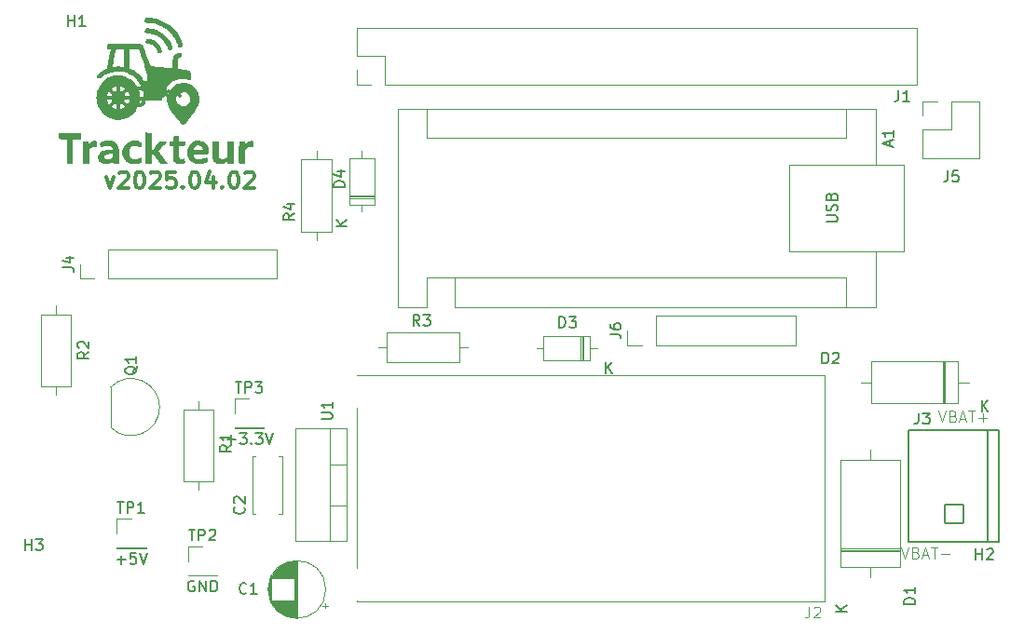
<source format=gbr>
G04 #@! TF.GenerationSoftware,KiCad,Pcbnew,7.0.11+dfsg-1build4*
G04 #@! TF.CreationDate,2025-04-23T09:40:31-04:00*
G04 #@! TF.ProjectId,trackteur_arduino_V1,74726163-6b74-4657-9572-5f6172647569,rev?*
G04 #@! TF.SameCoordinates,Original*
G04 #@! TF.FileFunction,Legend,Top*
G04 #@! TF.FilePolarity,Positive*
%FSLAX46Y46*%
G04 Gerber Fmt 4.6, Leading zero omitted, Abs format (unit mm)*
G04 Created by KiCad (PCBNEW 7.0.11+dfsg-1build4) date 2025-04-23 09:40:31*
%MOMM*%
%LPD*%
G01*
G04 APERTURE LIST*
G04 Aperture macros list*
%AMRoundRect*
0 Rectangle with rounded corners*
0 $1 Rounding radius*
0 $2 $3 $4 $5 $6 $7 $8 $9 X,Y pos of 4 corners*
0 Add a 4 corners polygon primitive as box body*
4,1,4,$2,$3,$4,$5,$6,$7,$8,$9,$2,$3,0*
0 Add four circle primitives for the rounded corners*
1,1,$1+$1,$2,$3*
1,1,$1+$1,$4,$5*
1,1,$1+$1,$6,$7*
1,1,$1+$1,$8,$9*
0 Add four rect primitives between the rounded corners*
20,1,$1+$1,$2,$3,$4,$5,0*
20,1,$1+$1,$4,$5,$6,$7,0*
20,1,$1+$1,$6,$7,$8,$9,0*
20,1,$1+$1,$8,$9,$2,$3,0*%
G04 Aperture macros list end*
%ADD10C,0.100000*%
%ADD11C,0.300000*%
%ADD12C,0.150000*%
%ADD13C,0.120000*%
%ADD14C,0.127000*%
%ADD15R,1.700000X1.700000*%
%ADD16R,1.600000X1.600000*%
%ADD17O,1.600000X1.600000*%
%ADD18R,2.000000X1.905000*%
%ADD19O,2.000000X1.905000*%
%ADD20O,3.200000X3.200000*%
%ADD21R,3.200000X3.200000*%
%ADD22C,2.700000*%
%ADD23C,1.600000*%
%ADD24R,2.400000X2.400000*%
%ADD25O,2.400000X2.400000*%
%ADD26RoundRect,0.102000X0.825000X-0.825000X0.825000X0.825000X-0.825000X0.825000X-0.825000X-0.825000X0*%
%ADD27C,1.854000*%
%ADD28O,1.700000X1.700000*%
%ADD29R,1.500000X1.050000*%
%ADD30O,1.500000X1.050000*%
%ADD31R,3.000000X3.000000*%
G04 APERTURE END LIST*
D10*
X239941027Y-89282419D02*
X240274360Y-90282419D01*
X240274360Y-90282419D02*
X240607693Y-89282419D01*
X241274360Y-89758609D02*
X241417217Y-89806228D01*
X241417217Y-89806228D02*
X241464836Y-89853847D01*
X241464836Y-89853847D02*
X241512455Y-89949085D01*
X241512455Y-89949085D02*
X241512455Y-90091942D01*
X241512455Y-90091942D02*
X241464836Y-90187180D01*
X241464836Y-90187180D02*
X241417217Y-90234800D01*
X241417217Y-90234800D02*
X241321979Y-90282419D01*
X241321979Y-90282419D02*
X240941027Y-90282419D01*
X240941027Y-90282419D02*
X240941027Y-89282419D01*
X240941027Y-89282419D02*
X241274360Y-89282419D01*
X241274360Y-89282419D02*
X241369598Y-89330038D01*
X241369598Y-89330038D02*
X241417217Y-89377657D01*
X241417217Y-89377657D02*
X241464836Y-89472895D01*
X241464836Y-89472895D02*
X241464836Y-89568133D01*
X241464836Y-89568133D02*
X241417217Y-89663371D01*
X241417217Y-89663371D02*
X241369598Y-89710990D01*
X241369598Y-89710990D02*
X241274360Y-89758609D01*
X241274360Y-89758609D02*
X240941027Y-89758609D01*
X241893408Y-89996704D02*
X242369598Y-89996704D01*
X241798170Y-90282419D02*
X242131503Y-89282419D01*
X242131503Y-89282419D02*
X242464836Y-90282419D01*
X242655313Y-89282419D02*
X243226741Y-89282419D01*
X242941027Y-90282419D02*
X242941027Y-89282419D01*
X243560075Y-89901466D02*
X244321980Y-89901466D01*
D11*
X167661653Y-55642028D02*
X168018796Y-56642028D01*
X168018796Y-56642028D02*
X168375939Y-55642028D01*
X168875939Y-55284885D02*
X168947367Y-55213457D01*
X168947367Y-55213457D02*
X169090225Y-55142028D01*
X169090225Y-55142028D02*
X169447367Y-55142028D01*
X169447367Y-55142028D02*
X169590225Y-55213457D01*
X169590225Y-55213457D02*
X169661653Y-55284885D01*
X169661653Y-55284885D02*
X169733082Y-55427742D01*
X169733082Y-55427742D02*
X169733082Y-55570600D01*
X169733082Y-55570600D02*
X169661653Y-55784885D01*
X169661653Y-55784885D02*
X168804510Y-56642028D01*
X168804510Y-56642028D02*
X169733082Y-56642028D01*
X170661653Y-55142028D02*
X170804510Y-55142028D01*
X170804510Y-55142028D02*
X170947367Y-55213457D01*
X170947367Y-55213457D02*
X171018796Y-55284885D01*
X171018796Y-55284885D02*
X171090224Y-55427742D01*
X171090224Y-55427742D02*
X171161653Y-55713457D01*
X171161653Y-55713457D02*
X171161653Y-56070600D01*
X171161653Y-56070600D02*
X171090224Y-56356314D01*
X171090224Y-56356314D02*
X171018796Y-56499171D01*
X171018796Y-56499171D02*
X170947367Y-56570600D01*
X170947367Y-56570600D02*
X170804510Y-56642028D01*
X170804510Y-56642028D02*
X170661653Y-56642028D01*
X170661653Y-56642028D02*
X170518796Y-56570600D01*
X170518796Y-56570600D02*
X170447367Y-56499171D01*
X170447367Y-56499171D02*
X170375938Y-56356314D01*
X170375938Y-56356314D02*
X170304510Y-56070600D01*
X170304510Y-56070600D02*
X170304510Y-55713457D01*
X170304510Y-55713457D02*
X170375938Y-55427742D01*
X170375938Y-55427742D02*
X170447367Y-55284885D01*
X170447367Y-55284885D02*
X170518796Y-55213457D01*
X170518796Y-55213457D02*
X170661653Y-55142028D01*
X171733081Y-55284885D02*
X171804509Y-55213457D01*
X171804509Y-55213457D02*
X171947367Y-55142028D01*
X171947367Y-55142028D02*
X172304509Y-55142028D01*
X172304509Y-55142028D02*
X172447367Y-55213457D01*
X172447367Y-55213457D02*
X172518795Y-55284885D01*
X172518795Y-55284885D02*
X172590224Y-55427742D01*
X172590224Y-55427742D02*
X172590224Y-55570600D01*
X172590224Y-55570600D02*
X172518795Y-55784885D01*
X172518795Y-55784885D02*
X171661652Y-56642028D01*
X171661652Y-56642028D02*
X172590224Y-56642028D01*
X173947366Y-55142028D02*
X173233080Y-55142028D01*
X173233080Y-55142028D02*
X173161652Y-55856314D01*
X173161652Y-55856314D02*
X173233080Y-55784885D01*
X173233080Y-55784885D02*
X173375938Y-55713457D01*
X173375938Y-55713457D02*
X173733080Y-55713457D01*
X173733080Y-55713457D02*
X173875938Y-55784885D01*
X173875938Y-55784885D02*
X173947366Y-55856314D01*
X173947366Y-55856314D02*
X174018795Y-55999171D01*
X174018795Y-55999171D02*
X174018795Y-56356314D01*
X174018795Y-56356314D02*
X173947366Y-56499171D01*
X173947366Y-56499171D02*
X173875938Y-56570600D01*
X173875938Y-56570600D02*
X173733080Y-56642028D01*
X173733080Y-56642028D02*
X173375938Y-56642028D01*
X173375938Y-56642028D02*
X173233080Y-56570600D01*
X173233080Y-56570600D02*
X173161652Y-56499171D01*
X174661651Y-56499171D02*
X174733080Y-56570600D01*
X174733080Y-56570600D02*
X174661651Y-56642028D01*
X174661651Y-56642028D02*
X174590223Y-56570600D01*
X174590223Y-56570600D02*
X174661651Y-56499171D01*
X174661651Y-56499171D02*
X174661651Y-56642028D01*
X175661652Y-55142028D02*
X175804509Y-55142028D01*
X175804509Y-55142028D02*
X175947366Y-55213457D01*
X175947366Y-55213457D02*
X176018795Y-55284885D01*
X176018795Y-55284885D02*
X176090223Y-55427742D01*
X176090223Y-55427742D02*
X176161652Y-55713457D01*
X176161652Y-55713457D02*
X176161652Y-56070600D01*
X176161652Y-56070600D02*
X176090223Y-56356314D01*
X176090223Y-56356314D02*
X176018795Y-56499171D01*
X176018795Y-56499171D02*
X175947366Y-56570600D01*
X175947366Y-56570600D02*
X175804509Y-56642028D01*
X175804509Y-56642028D02*
X175661652Y-56642028D01*
X175661652Y-56642028D02*
X175518795Y-56570600D01*
X175518795Y-56570600D02*
X175447366Y-56499171D01*
X175447366Y-56499171D02*
X175375937Y-56356314D01*
X175375937Y-56356314D02*
X175304509Y-56070600D01*
X175304509Y-56070600D02*
X175304509Y-55713457D01*
X175304509Y-55713457D02*
X175375937Y-55427742D01*
X175375937Y-55427742D02*
X175447366Y-55284885D01*
X175447366Y-55284885D02*
X175518795Y-55213457D01*
X175518795Y-55213457D02*
X175661652Y-55142028D01*
X177447366Y-55642028D02*
X177447366Y-56642028D01*
X177090223Y-55070600D02*
X176733080Y-56142028D01*
X176733080Y-56142028D02*
X177661651Y-56142028D01*
X178233079Y-56499171D02*
X178304508Y-56570600D01*
X178304508Y-56570600D02*
X178233079Y-56642028D01*
X178233079Y-56642028D02*
X178161651Y-56570600D01*
X178161651Y-56570600D02*
X178233079Y-56499171D01*
X178233079Y-56499171D02*
X178233079Y-56642028D01*
X179233080Y-55142028D02*
X179375937Y-55142028D01*
X179375937Y-55142028D02*
X179518794Y-55213457D01*
X179518794Y-55213457D02*
X179590223Y-55284885D01*
X179590223Y-55284885D02*
X179661651Y-55427742D01*
X179661651Y-55427742D02*
X179733080Y-55713457D01*
X179733080Y-55713457D02*
X179733080Y-56070600D01*
X179733080Y-56070600D02*
X179661651Y-56356314D01*
X179661651Y-56356314D02*
X179590223Y-56499171D01*
X179590223Y-56499171D02*
X179518794Y-56570600D01*
X179518794Y-56570600D02*
X179375937Y-56642028D01*
X179375937Y-56642028D02*
X179233080Y-56642028D01*
X179233080Y-56642028D02*
X179090223Y-56570600D01*
X179090223Y-56570600D02*
X179018794Y-56499171D01*
X179018794Y-56499171D02*
X178947365Y-56356314D01*
X178947365Y-56356314D02*
X178875937Y-56070600D01*
X178875937Y-56070600D02*
X178875937Y-55713457D01*
X178875937Y-55713457D02*
X178947365Y-55427742D01*
X178947365Y-55427742D02*
X179018794Y-55284885D01*
X179018794Y-55284885D02*
X179090223Y-55213457D01*
X179090223Y-55213457D02*
X179233080Y-55142028D01*
X180304508Y-55284885D02*
X180375936Y-55213457D01*
X180375936Y-55213457D02*
X180518794Y-55142028D01*
X180518794Y-55142028D02*
X180875936Y-55142028D01*
X180875936Y-55142028D02*
X181018794Y-55213457D01*
X181018794Y-55213457D02*
X181090222Y-55284885D01*
X181090222Y-55284885D02*
X181161651Y-55427742D01*
X181161651Y-55427742D02*
X181161651Y-55570600D01*
X181161651Y-55570600D02*
X181090222Y-55784885D01*
X181090222Y-55784885D02*
X180233079Y-56642028D01*
X180233079Y-56642028D02*
X181161651Y-56642028D01*
D10*
X243331027Y-76872419D02*
X243664360Y-77872419D01*
X243664360Y-77872419D02*
X243997693Y-76872419D01*
X244664360Y-77348609D02*
X244807217Y-77396228D01*
X244807217Y-77396228D02*
X244854836Y-77443847D01*
X244854836Y-77443847D02*
X244902455Y-77539085D01*
X244902455Y-77539085D02*
X244902455Y-77681942D01*
X244902455Y-77681942D02*
X244854836Y-77777180D01*
X244854836Y-77777180D02*
X244807217Y-77824800D01*
X244807217Y-77824800D02*
X244711979Y-77872419D01*
X244711979Y-77872419D02*
X244331027Y-77872419D01*
X244331027Y-77872419D02*
X244331027Y-76872419D01*
X244331027Y-76872419D02*
X244664360Y-76872419D01*
X244664360Y-76872419D02*
X244759598Y-76920038D01*
X244759598Y-76920038D02*
X244807217Y-76967657D01*
X244807217Y-76967657D02*
X244854836Y-77062895D01*
X244854836Y-77062895D02*
X244854836Y-77158133D01*
X244854836Y-77158133D02*
X244807217Y-77253371D01*
X244807217Y-77253371D02*
X244759598Y-77300990D01*
X244759598Y-77300990D02*
X244664360Y-77348609D01*
X244664360Y-77348609D02*
X244331027Y-77348609D01*
X245283408Y-77586704D02*
X245759598Y-77586704D01*
X245188170Y-77872419D02*
X245521503Y-76872419D01*
X245521503Y-76872419D02*
X245854836Y-77872419D01*
X246045313Y-76872419D02*
X246616741Y-76872419D01*
X246331027Y-77872419D02*
X246331027Y-76872419D01*
X246950075Y-77491466D02*
X247711980Y-77491466D01*
X247331027Y-77872419D02*
X247331027Y-77110514D01*
D12*
X175198095Y-87654819D02*
X175769523Y-87654819D01*
X175483809Y-88654819D02*
X175483809Y-87654819D01*
X176102857Y-88654819D02*
X176102857Y-87654819D01*
X176102857Y-87654819D02*
X176483809Y-87654819D01*
X176483809Y-87654819D02*
X176579047Y-87702438D01*
X176579047Y-87702438D02*
X176626666Y-87750057D01*
X176626666Y-87750057D02*
X176674285Y-87845295D01*
X176674285Y-87845295D02*
X176674285Y-87988152D01*
X176674285Y-87988152D02*
X176626666Y-88083390D01*
X176626666Y-88083390D02*
X176579047Y-88131009D01*
X176579047Y-88131009D02*
X176483809Y-88178628D01*
X176483809Y-88178628D02*
X176102857Y-88178628D01*
X177055238Y-87750057D02*
X177102857Y-87702438D01*
X177102857Y-87702438D02*
X177198095Y-87654819D01*
X177198095Y-87654819D02*
X177436190Y-87654819D01*
X177436190Y-87654819D02*
X177531428Y-87702438D01*
X177531428Y-87702438D02*
X177579047Y-87750057D01*
X177579047Y-87750057D02*
X177626666Y-87845295D01*
X177626666Y-87845295D02*
X177626666Y-87940533D01*
X177626666Y-87940533D02*
X177579047Y-88083390D01*
X177579047Y-88083390D02*
X177007619Y-88654819D01*
X177007619Y-88654819D02*
X177626666Y-88654819D01*
X175698095Y-92362438D02*
X175602857Y-92314819D01*
X175602857Y-92314819D02*
X175460000Y-92314819D01*
X175460000Y-92314819D02*
X175317143Y-92362438D01*
X175317143Y-92362438D02*
X175221905Y-92457676D01*
X175221905Y-92457676D02*
X175174286Y-92552914D01*
X175174286Y-92552914D02*
X175126667Y-92743390D01*
X175126667Y-92743390D02*
X175126667Y-92886247D01*
X175126667Y-92886247D02*
X175174286Y-93076723D01*
X175174286Y-93076723D02*
X175221905Y-93171961D01*
X175221905Y-93171961D02*
X175317143Y-93267200D01*
X175317143Y-93267200D02*
X175460000Y-93314819D01*
X175460000Y-93314819D02*
X175555238Y-93314819D01*
X175555238Y-93314819D02*
X175698095Y-93267200D01*
X175698095Y-93267200D02*
X175745714Y-93219580D01*
X175745714Y-93219580D02*
X175745714Y-92886247D01*
X175745714Y-92886247D02*
X175555238Y-92886247D01*
X176174286Y-93314819D02*
X176174286Y-92314819D01*
X176174286Y-92314819D02*
X176745714Y-93314819D01*
X176745714Y-93314819D02*
X176745714Y-92314819D01*
X177221905Y-93314819D02*
X177221905Y-92314819D01*
X177221905Y-92314819D02*
X177460000Y-92314819D01*
X177460000Y-92314819D02*
X177602857Y-92362438D01*
X177602857Y-92362438D02*
X177698095Y-92457676D01*
X177698095Y-92457676D02*
X177745714Y-92552914D01*
X177745714Y-92552914D02*
X177793333Y-92743390D01*
X177793333Y-92743390D02*
X177793333Y-92886247D01*
X177793333Y-92886247D02*
X177745714Y-93076723D01*
X177745714Y-93076723D02*
X177698095Y-93171961D01*
X177698095Y-93171961D02*
X177602857Y-93267200D01*
X177602857Y-93267200D02*
X177460000Y-93314819D01*
X177460000Y-93314819D02*
X177221905Y-93314819D01*
X189352819Y-56524894D02*
X188352819Y-56524894D01*
X188352819Y-56524894D02*
X188352819Y-56286799D01*
X188352819Y-56286799D02*
X188400438Y-56143942D01*
X188400438Y-56143942D02*
X188495676Y-56048704D01*
X188495676Y-56048704D02*
X188590914Y-56001085D01*
X188590914Y-56001085D02*
X188781390Y-55953466D01*
X188781390Y-55953466D02*
X188924247Y-55953466D01*
X188924247Y-55953466D02*
X189114723Y-56001085D01*
X189114723Y-56001085D02*
X189209961Y-56048704D01*
X189209961Y-56048704D02*
X189305200Y-56143942D01*
X189305200Y-56143942D02*
X189352819Y-56286799D01*
X189352819Y-56286799D02*
X189352819Y-56524894D01*
X188686152Y-55096323D02*
X189352819Y-55096323D01*
X188305200Y-55334418D02*
X189019485Y-55572513D01*
X189019485Y-55572513D02*
X189019485Y-54953466D01*
X189584819Y-60061904D02*
X188584819Y-60061904D01*
X189584819Y-59490476D02*
X189013390Y-59919047D01*
X188584819Y-59490476D02*
X189156247Y-60061904D01*
X179428095Y-74234819D02*
X179999523Y-74234819D01*
X179713809Y-75234819D02*
X179713809Y-74234819D01*
X180332857Y-75234819D02*
X180332857Y-74234819D01*
X180332857Y-74234819D02*
X180713809Y-74234819D01*
X180713809Y-74234819D02*
X180809047Y-74282438D01*
X180809047Y-74282438D02*
X180856666Y-74330057D01*
X180856666Y-74330057D02*
X180904285Y-74425295D01*
X180904285Y-74425295D02*
X180904285Y-74568152D01*
X180904285Y-74568152D02*
X180856666Y-74663390D01*
X180856666Y-74663390D02*
X180809047Y-74711009D01*
X180809047Y-74711009D02*
X180713809Y-74758628D01*
X180713809Y-74758628D02*
X180332857Y-74758628D01*
X181237619Y-74234819D02*
X181856666Y-74234819D01*
X181856666Y-74234819D02*
X181523333Y-74615771D01*
X181523333Y-74615771D02*
X181666190Y-74615771D01*
X181666190Y-74615771D02*
X181761428Y-74663390D01*
X181761428Y-74663390D02*
X181809047Y-74711009D01*
X181809047Y-74711009D02*
X181856666Y-74806247D01*
X181856666Y-74806247D02*
X181856666Y-75044342D01*
X181856666Y-75044342D02*
X181809047Y-75139580D01*
X181809047Y-75139580D02*
X181761428Y-75187200D01*
X181761428Y-75187200D02*
X181666190Y-75234819D01*
X181666190Y-75234819D02*
X181380476Y-75234819D01*
X181380476Y-75234819D02*
X181285238Y-75187200D01*
X181285238Y-75187200D02*
X181237619Y-75139580D01*
X178690000Y-79513866D02*
X179451905Y-79513866D01*
X179070952Y-79894819D02*
X179070952Y-79132914D01*
X179832857Y-78894819D02*
X180451904Y-78894819D01*
X180451904Y-78894819D02*
X180118571Y-79275771D01*
X180118571Y-79275771D02*
X180261428Y-79275771D01*
X180261428Y-79275771D02*
X180356666Y-79323390D01*
X180356666Y-79323390D02*
X180404285Y-79371009D01*
X180404285Y-79371009D02*
X180451904Y-79466247D01*
X180451904Y-79466247D02*
X180451904Y-79704342D01*
X180451904Y-79704342D02*
X180404285Y-79799580D01*
X180404285Y-79799580D02*
X180356666Y-79847200D01*
X180356666Y-79847200D02*
X180261428Y-79894819D01*
X180261428Y-79894819D02*
X179975714Y-79894819D01*
X179975714Y-79894819D02*
X179880476Y-79847200D01*
X179880476Y-79847200D02*
X179832857Y-79799580D01*
X180880476Y-79799580D02*
X180928095Y-79847200D01*
X180928095Y-79847200D02*
X180880476Y-79894819D01*
X180880476Y-79894819D02*
X180832857Y-79847200D01*
X180832857Y-79847200D02*
X180880476Y-79799580D01*
X180880476Y-79799580D02*
X180880476Y-79894819D01*
X181261428Y-78894819D02*
X181880475Y-78894819D01*
X181880475Y-78894819D02*
X181547142Y-79275771D01*
X181547142Y-79275771D02*
X181689999Y-79275771D01*
X181689999Y-79275771D02*
X181785237Y-79323390D01*
X181785237Y-79323390D02*
X181832856Y-79371009D01*
X181832856Y-79371009D02*
X181880475Y-79466247D01*
X181880475Y-79466247D02*
X181880475Y-79704342D01*
X181880475Y-79704342D02*
X181832856Y-79799580D01*
X181832856Y-79799580D02*
X181785237Y-79847200D01*
X181785237Y-79847200D02*
X181689999Y-79894819D01*
X181689999Y-79894819D02*
X181404285Y-79894819D01*
X181404285Y-79894819D02*
X181309047Y-79847200D01*
X181309047Y-79847200D02*
X181261428Y-79799580D01*
X182166190Y-78894819D02*
X182499523Y-79894819D01*
X182499523Y-79894819D02*
X182832856Y-78894819D01*
X187234819Y-77631904D02*
X188044342Y-77631904D01*
X188044342Y-77631904D02*
X188139580Y-77584285D01*
X188139580Y-77584285D02*
X188187200Y-77536666D01*
X188187200Y-77536666D02*
X188234819Y-77441428D01*
X188234819Y-77441428D02*
X188234819Y-77250952D01*
X188234819Y-77250952D02*
X188187200Y-77155714D01*
X188187200Y-77155714D02*
X188139580Y-77108095D01*
X188139580Y-77108095D02*
X188044342Y-77060476D01*
X188044342Y-77060476D02*
X187234819Y-77060476D01*
X188234819Y-76060476D02*
X188234819Y-76631904D01*
X188234819Y-76346190D02*
X187234819Y-76346190D01*
X187234819Y-76346190D02*
X187377676Y-76441428D01*
X187377676Y-76441428D02*
X187472914Y-76536666D01*
X187472914Y-76536666D02*
X187520533Y-76631904D01*
X241204019Y-94439694D02*
X240204019Y-94439694D01*
X240204019Y-94439694D02*
X240204019Y-94201599D01*
X240204019Y-94201599D02*
X240251638Y-94058742D01*
X240251638Y-94058742D02*
X240346876Y-93963504D01*
X240346876Y-93963504D02*
X240442114Y-93915885D01*
X240442114Y-93915885D02*
X240632590Y-93868266D01*
X240632590Y-93868266D02*
X240775447Y-93868266D01*
X240775447Y-93868266D02*
X240965923Y-93915885D01*
X240965923Y-93915885D02*
X241061161Y-93963504D01*
X241061161Y-93963504D02*
X241156400Y-94058742D01*
X241156400Y-94058742D02*
X241204019Y-94201599D01*
X241204019Y-94201599D02*
X241204019Y-94439694D01*
X241204019Y-92915885D02*
X241204019Y-93487313D01*
X241204019Y-93201599D02*
X240204019Y-93201599D01*
X240204019Y-93201599D02*
X240346876Y-93296837D01*
X240346876Y-93296837D02*
X240442114Y-93392075D01*
X240442114Y-93392075D02*
X240489733Y-93487313D01*
X234974819Y-95151904D02*
X233974819Y-95151904D01*
X234974819Y-94580476D02*
X234403390Y-95009047D01*
X233974819Y-94580476D02*
X234546247Y-95151904D01*
D11*
X170978500Y-47667167D02*
X170835643Y-47595738D01*
X170835643Y-47595738D02*
X170621357Y-47595738D01*
X170621357Y-47595738D02*
X170407071Y-47667167D01*
X170407071Y-47667167D02*
X170264214Y-47810024D01*
X170264214Y-47810024D02*
X170192785Y-47952881D01*
X170192785Y-47952881D02*
X170121357Y-48238595D01*
X170121357Y-48238595D02*
X170121357Y-48452881D01*
X170121357Y-48452881D02*
X170192785Y-48738595D01*
X170192785Y-48738595D02*
X170264214Y-48881452D01*
X170264214Y-48881452D02*
X170407071Y-49024310D01*
X170407071Y-49024310D02*
X170621357Y-49095738D01*
X170621357Y-49095738D02*
X170764214Y-49095738D01*
X170764214Y-49095738D02*
X170978500Y-49024310D01*
X170978500Y-49024310D02*
X171049928Y-48952881D01*
X171049928Y-48952881D02*
X171049928Y-48452881D01*
X171049928Y-48452881D02*
X170764214Y-48452881D01*
X171907071Y-47595738D02*
X171907071Y-47952881D01*
X171549928Y-47810024D02*
X171907071Y-47952881D01*
X171907071Y-47952881D02*
X172264214Y-47810024D01*
X171692785Y-48238595D02*
X171907071Y-47952881D01*
X171907071Y-47952881D02*
X172121357Y-48238595D01*
X173049928Y-47595738D02*
X173049928Y-47952881D01*
X172692785Y-47810024D02*
X173049928Y-47952881D01*
X173049928Y-47952881D02*
X173407071Y-47810024D01*
X172835642Y-48238595D02*
X173049928Y-47952881D01*
X173049928Y-47952881D02*
X173264214Y-48238595D01*
X174192785Y-47595738D02*
X174192785Y-47952881D01*
X173835642Y-47810024D02*
X174192785Y-47952881D01*
X174192785Y-47952881D02*
X174549928Y-47810024D01*
X173978499Y-48238595D02*
X174192785Y-47952881D01*
X174192785Y-47952881D02*
X174407071Y-48238595D01*
D12*
X164229695Y-41907619D02*
X164229695Y-40907619D01*
X164229695Y-41383809D02*
X164801123Y-41383809D01*
X164801123Y-41907619D02*
X164801123Y-40907619D01*
X165801123Y-41907619D02*
X165229695Y-41907619D01*
X165515409Y-41907619D02*
X165515409Y-40907619D01*
X165515409Y-40907619D02*
X165420171Y-41050476D01*
X165420171Y-41050476D02*
X165324933Y-41145714D01*
X165324933Y-41145714D02*
X165229695Y-41193333D01*
X166114819Y-71526666D02*
X165638628Y-71859999D01*
X166114819Y-72098094D02*
X165114819Y-72098094D01*
X165114819Y-72098094D02*
X165114819Y-71717142D01*
X165114819Y-71717142D02*
X165162438Y-71621904D01*
X165162438Y-71621904D02*
X165210057Y-71574285D01*
X165210057Y-71574285D02*
X165305295Y-71526666D01*
X165305295Y-71526666D02*
X165448152Y-71526666D01*
X165448152Y-71526666D02*
X165543390Y-71574285D01*
X165543390Y-71574285D02*
X165591009Y-71621904D01*
X165591009Y-71621904D02*
X165638628Y-71717142D01*
X165638628Y-71717142D02*
X165638628Y-72098094D01*
X165210057Y-71145713D02*
X165162438Y-71098094D01*
X165162438Y-71098094D02*
X165114819Y-71002856D01*
X165114819Y-71002856D02*
X165114819Y-70764761D01*
X165114819Y-70764761D02*
X165162438Y-70669523D01*
X165162438Y-70669523D02*
X165210057Y-70621904D01*
X165210057Y-70621904D02*
X165305295Y-70574285D01*
X165305295Y-70574285D02*
X165400533Y-70574285D01*
X165400533Y-70574285D02*
X165543390Y-70621904D01*
X165543390Y-70621904D02*
X166114819Y-71193332D01*
X166114819Y-71193332D02*
X166114819Y-70574285D01*
X208862705Y-69308019D02*
X208862705Y-68308019D01*
X208862705Y-68308019D02*
X209100800Y-68308019D01*
X209100800Y-68308019D02*
X209243657Y-68355638D01*
X209243657Y-68355638D02*
X209338895Y-68450876D01*
X209338895Y-68450876D02*
X209386514Y-68546114D01*
X209386514Y-68546114D02*
X209434133Y-68736590D01*
X209434133Y-68736590D02*
X209434133Y-68879447D01*
X209434133Y-68879447D02*
X209386514Y-69069923D01*
X209386514Y-69069923D02*
X209338895Y-69165161D01*
X209338895Y-69165161D02*
X209243657Y-69260400D01*
X209243657Y-69260400D02*
X209100800Y-69308019D01*
X209100800Y-69308019D02*
X208862705Y-69308019D01*
X209767467Y-68308019D02*
X210386514Y-68308019D01*
X210386514Y-68308019D02*
X210053181Y-68688971D01*
X210053181Y-68688971D02*
X210196038Y-68688971D01*
X210196038Y-68688971D02*
X210291276Y-68736590D01*
X210291276Y-68736590D02*
X210338895Y-68784209D01*
X210338895Y-68784209D02*
X210386514Y-68879447D01*
X210386514Y-68879447D02*
X210386514Y-69117542D01*
X210386514Y-69117542D02*
X210338895Y-69212780D01*
X210338895Y-69212780D02*
X210291276Y-69260400D01*
X210291276Y-69260400D02*
X210196038Y-69308019D01*
X210196038Y-69308019D02*
X209910324Y-69308019D01*
X209910324Y-69308019D02*
X209815086Y-69260400D01*
X209815086Y-69260400D02*
X209767467Y-69212780D01*
X213098095Y-73444819D02*
X213098095Y-72444819D01*
X213669523Y-73444819D02*
X213240952Y-72873390D01*
X213669523Y-72444819D02*
X213098095Y-73016247D01*
X232751905Y-72574819D02*
X232751905Y-71574819D01*
X232751905Y-71574819D02*
X232990000Y-71574819D01*
X232990000Y-71574819D02*
X233132857Y-71622438D01*
X233132857Y-71622438D02*
X233228095Y-71717676D01*
X233228095Y-71717676D02*
X233275714Y-71812914D01*
X233275714Y-71812914D02*
X233323333Y-72003390D01*
X233323333Y-72003390D02*
X233323333Y-72146247D01*
X233323333Y-72146247D02*
X233275714Y-72336723D01*
X233275714Y-72336723D02*
X233228095Y-72431961D01*
X233228095Y-72431961D02*
X233132857Y-72527200D01*
X233132857Y-72527200D02*
X232990000Y-72574819D01*
X232990000Y-72574819D02*
X232751905Y-72574819D01*
X233704286Y-71670057D02*
X233751905Y-71622438D01*
X233751905Y-71622438D02*
X233847143Y-71574819D01*
X233847143Y-71574819D02*
X234085238Y-71574819D01*
X234085238Y-71574819D02*
X234180476Y-71622438D01*
X234180476Y-71622438D02*
X234228095Y-71670057D01*
X234228095Y-71670057D02*
X234275714Y-71765295D01*
X234275714Y-71765295D02*
X234275714Y-71860533D01*
X234275714Y-71860533D02*
X234228095Y-72003390D01*
X234228095Y-72003390D02*
X233656667Y-72574819D01*
X233656667Y-72574819D02*
X234275714Y-72574819D01*
X247248095Y-76934819D02*
X247248095Y-75934819D01*
X247819523Y-76934819D02*
X247390952Y-76363390D01*
X247819523Y-75934819D02*
X247248095Y-76506247D01*
X241515987Y-77073724D02*
X241515987Y-77789466D01*
X241515987Y-77789466D02*
X241468271Y-77932614D01*
X241468271Y-77932614D02*
X241372839Y-78028047D01*
X241372839Y-78028047D02*
X241229690Y-78075763D01*
X241229690Y-78075763D02*
X241134258Y-78075763D01*
X241897716Y-77073724D02*
X242518026Y-77073724D01*
X242518026Y-77073724D02*
X242184013Y-77455453D01*
X242184013Y-77455453D02*
X242327161Y-77455453D01*
X242327161Y-77455453D02*
X242422594Y-77503169D01*
X242422594Y-77503169D02*
X242470310Y-77550885D01*
X242470310Y-77550885D02*
X242518026Y-77646317D01*
X242518026Y-77646317D02*
X242518026Y-77884898D01*
X242518026Y-77884898D02*
X242470310Y-77980330D01*
X242470310Y-77980330D02*
X242422594Y-78028047D01*
X242422594Y-78028047D02*
X242327161Y-78075763D01*
X242327161Y-78075763D02*
X242040864Y-78075763D01*
X242040864Y-78075763D02*
X241945432Y-78028047D01*
X241945432Y-78028047D02*
X241897716Y-77980330D01*
X213464819Y-69903333D02*
X214179104Y-69903333D01*
X214179104Y-69903333D02*
X214321961Y-69950952D01*
X214321961Y-69950952D02*
X214417200Y-70046190D01*
X214417200Y-70046190D02*
X214464819Y-70189047D01*
X214464819Y-70189047D02*
X214464819Y-70284285D01*
X213464819Y-68998571D02*
X213464819Y-69189047D01*
X213464819Y-69189047D02*
X213512438Y-69284285D01*
X213512438Y-69284285D02*
X213560057Y-69331904D01*
X213560057Y-69331904D02*
X213702914Y-69427142D01*
X213702914Y-69427142D02*
X213893390Y-69474761D01*
X213893390Y-69474761D02*
X214274342Y-69474761D01*
X214274342Y-69474761D02*
X214369580Y-69427142D01*
X214369580Y-69427142D02*
X214417200Y-69379523D01*
X214417200Y-69379523D02*
X214464819Y-69284285D01*
X214464819Y-69284285D02*
X214464819Y-69093809D01*
X214464819Y-69093809D02*
X214417200Y-68998571D01*
X214417200Y-68998571D02*
X214369580Y-68950952D01*
X214369580Y-68950952D02*
X214274342Y-68903333D01*
X214274342Y-68903333D02*
X214036247Y-68903333D01*
X214036247Y-68903333D02*
X213941009Y-68950952D01*
X213941009Y-68950952D02*
X213893390Y-68998571D01*
X213893390Y-68998571D02*
X213845771Y-69093809D01*
X213845771Y-69093809D02*
X213845771Y-69284285D01*
X213845771Y-69284285D02*
X213893390Y-69379523D01*
X213893390Y-69379523D02*
X213941009Y-69427142D01*
X213941009Y-69427142D02*
X214036247Y-69474761D01*
X180427333Y-93425180D02*
X180379714Y-93472800D01*
X180379714Y-93472800D02*
X180236857Y-93520419D01*
X180236857Y-93520419D02*
X180141619Y-93520419D01*
X180141619Y-93520419D02*
X179998762Y-93472800D01*
X179998762Y-93472800D02*
X179903524Y-93377561D01*
X179903524Y-93377561D02*
X179855905Y-93282323D01*
X179855905Y-93282323D02*
X179808286Y-93091847D01*
X179808286Y-93091847D02*
X179808286Y-92948990D01*
X179808286Y-92948990D02*
X179855905Y-92758514D01*
X179855905Y-92758514D02*
X179903524Y-92663276D01*
X179903524Y-92663276D02*
X179998762Y-92568038D01*
X179998762Y-92568038D02*
X180141619Y-92520419D01*
X180141619Y-92520419D02*
X180236857Y-92520419D01*
X180236857Y-92520419D02*
X180379714Y-92568038D01*
X180379714Y-92568038D02*
X180427333Y-92615657D01*
X181379714Y-93520419D02*
X180808286Y-93520419D01*
X181094000Y-93520419D02*
X181094000Y-92520419D01*
X181094000Y-92520419D02*
X180998762Y-92663276D01*
X180998762Y-92663276D02*
X180903524Y-92758514D01*
X180903524Y-92758514D02*
X180808286Y-92806133D01*
X179054819Y-79983466D02*
X178578628Y-80316799D01*
X179054819Y-80554894D02*
X178054819Y-80554894D01*
X178054819Y-80554894D02*
X178054819Y-80173942D01*
X178054819Y-80173942D02*
X178102438Y-80078704D01*
X178102438Y-80078704D02*
X178150057Y-80031085D01*
X178150057Y-80031085D02*
X178245295Y-79983466D01*
X178245295Y-79983466D02*
X178388152Y-79983466D01*
X178388152Y-79983466D02*
X178483390Y-80031085D01*
X178483390Y-80031085D02*
X178531009Y-80078704D01*
X178531009Y-80078704D02*
X178578628Y-80173942D01*
X178578628Y-80173942D02*
X178578628Y-80554894D01*
X179054819Y-79031085D02*
X179054819Y-79602513D01*
X179054819Y-79316799D02*
X178054819Y-79316799D01*
X178054819Y-79316799D02*
X178197676Y-79412037D01*
X178197676Y-79412037D02*
X178292914Y-79507275D01*
X178292914Y-79507275D02*
X178340533Y-79602513D01*
X160338095Y-89554819D02*
X160338095Y-88554819D01*
X160338095Y-89031009D02*
X160909523Y-89031009D01*
X160909523Y-89554819D02*
X160909523Y-88554819D01*
X161290476Y-88554819D02*
X161909523Y-88554819D01*
X161909523Y-88554819D02*
X161576190Y-88935771D01*
X161576190Y-88935771D02*
X161719047Y-88935771D01*
X161719047Y-88935771D02*
X161814285Y-88983390D01*
X161814285Y-88983390D02*
X161861904Y-89031009D01*
X161861904Y-89031009D02*
X161909523Y-89126247D01*
X161909523Y-89126247D02*
X161909523Y-89364342D01*
X161909523Y-89364342D02*
X161861904Y-89459580D01*
X161861904Y-89459580D02*
X161814285Y-89507200D01*
X161814285Y-89507200D02*
X161719047Y-89554819D01*
X161719047Y-89554819D02*
X161433333Y-89554819D01*
X161433333Y-89554819D02*
X161338095Y-89507200D01*
X161338095Y-89507200D02*
X161290476Y-89459580D01*
X170500057Y-72825238D02*
X170452438Y-72920476D01*
X170452438Y-72920476D02*
X170357200Y-73015714D01*
X170357200Y-73015714D02*
X170214342Y-73158571D01*
X170214342Y-73158571D02*
X170166723Y-73253809D01*
X170166723Y-73253809D02*
X170166723Y-73349047D01*
X170404819Y-73301428D02*
X170357200Y-73396666D01*
X170357200Y-73396666D02*
X170261961Y-73491904D01*
X170261961Y-73491904D02*
X170071485Y-73539523D01*
X170071485Y-73539523D02*
X169738152Y-73539523D01*
X169738152Y-73539523D02*
X169547676Y-73491904D01*
X169547676Y-73491904D02*
X169452438Y-73396666D01*
X169452438Y-73396666D02*
X169404819Y-73301428D01*
X169404819Y-73301428D02*
X169404819Y-73110952D01*
X169404819Y-73110952D02*
X169452438Y-73015714D01*
X169452438Y-73015714D02*
X169547676Y-72920476D01*
X169547676Y-72920476D02*
X169738152Y-72872857D01*
X169738152Y-72872857D02*
X170071485Y-72872857D01*
X170071485Y-72872857D02*
X170261961Y-72920476D01*
X170261961Y-72920476D02*
X170357200Y-73015714D01*
X170357200Y-73015714D02*
X170404819Y-73110952D01*
X170404819Y-73110952D02*
X170404819Y-73301428D01*
X170404819Y-71920476D02*
X170404819Y-72491904D01*
X170404819Y-72206190D02*
X169404819Y-72206190D01*
X169404819Y-72206190D02*
X169547676Y-72301428D01*
X169547676Y-72301428D02*
X169642914Y-72396666D01*
X169642914Y-72396666D02*
X169690533Y-72491904D01*
X163754819Y-63854533D02*
X164469104Y-63854533D01*
X164469104Y-63854533D02*
X164611961Y-63902152D01*
X164611961Y-63902152D02*
X164707200Y-63997390D01*
X164707200Y-63997390D02*
X164754819Y-64140247D01*
X164754819Y-64140247D02*
X164754819Y-64235485D01*
X164088152Y-62949771D02*
X164754819Y-62949771D01*
X163707200Y-63187866D02*
X164421485Y-63425961D01*
X164421485Y-63425961D02*
X164421485Y-62806914D01*
X168708095Y-85144819D02*
X169279523Y-85144819D01*
X168993809Y-86144819D02*
X168993809Y-85144819D01*
X169612857Y-86144819D02*
X169612857Y-85144819D01*
X169612857Y-85144819D02*
X169993809Y-85144819D01*
X169993809Y-85144819D02*
X170089047Y-85192438D01*
X170089047Y-85192438D02*
X170136666Y-85240057D01*
X170136666Y-85240057D02*
X170184285Y-85335295D01*
X170184285Y-85335295D02*
X170184285Y-85478152D01*
X170184285Y-85478152D02*
X170136666Y-85573390D01*
X170136666Y-85573390D02*
X170089047Y-85621009D01*
X170089047Y-85621009D02*
X169993809Y-85668628D01*
X169993809Y-85668628D02*
X169612857Y-85668628D01*
X171136666Y-86144819D02*
X170565238Y-86144819D01*
X170850952Y-86144819D02*
X170850952Y-85144819D01*
X170850952Y-85144819D02*
X170755714Y-85287676D01*
X170755714Y-85287676D02*
X170660476Y-85382914D01*
X170660476Y-85382914D02*
X170565238Y-85430533D01*
X168684286Y-90423866D02*
X169446191Y-90423866D01*
X169065238Y-90804819D02*
X169065238Y-90042914D01*
X170398571Y-89804819D02*
X169922381Y-89804819D01*
X169922381Y-89804819D02*
X169874762Y-90281009D01*
X169874762Y-90281009D02*
X169922381Y-90233390D01*
X169922381Y-90233390D02*
X170017619Y-90185771D01*
X170017619Y-90185771D02*
X170255714Y-90185771D01*
X170255714Y-90185771D02*
X170350952Y-90233390D01*
X170350952Y-90233390D02*
X170398571Y-90281009D01*
X170398571Y-90281009D02*
X170446190Y-90376247D01*
X170446190Y-90376247D02*
X170446190Y-90614342D01*
X170446190Y-90614342D02*
X170398571Y-90709580D01*
X170398571Y-90709580D02*
X170350952Y-90757200D01*
X170350952Y-90757200D02*
X170255714Y-90804819D01*
X170255714Y-90804819D02*
X170017619Y-90804819D01*
X170017619Y-90804819D02*
X169922381Y-90757200D01*
X169922381Y-90757200D02*
X169874762Y-90709580D01*
X170731905Y-89804819D02*
X171065238Y-90804819D01*
X171065238Y-90804819D02*
X171398571Y-89804819D01*
X246728895Y-90410019D02*
X246728895Y-89410019D01*
X246728895Y-89886209D02*
X247300323Y-89886209D01*
X247300323Y-90410019D02*
X247300323Y-89410019D01*
X247728895Y-89505257D02*
X247776514Y-89457638D01*
X247776514Y-89457638D02*
X247871752Y-89410019D01*
X247871752Y-89410019D02*
X248109847Y-89410019D01*
X248109847Y-89410019D02*
X248205085Y-89457638D01*
X248205085Y-89457638D02*
X248252704Y-89505257D01*
X248252704Y-89505257D02*
X248300323Y-89600495D01*
X248300323Y-89600495D02*
X248300323Y-89695733D01*
X248300323Y-89695733D02*
X248252704Y-89838590D01*
X248252704Y-89838590D02*
X247681276Y-90410019D01*
X247681276Y-90410019D02*
X248300323Y-90410019D01*
X184808019Y-58942266D02*
X184331828Y-59275599D01*
X184808019Y-59513694D02*
X183808019Y-59513694D01*
X183808019Y-59513694D02*
X183808019Y-59132742D01*
X183808019Y-59132742D02*
X183855638Y-59037504D01*
X183855638Y-59037504D02*
X183903257Y-58989885D01*
X183903257Y-58989885D02*
X183998495Y-58942266D01*
X183998495Y-58942266D02*
X184141352Y-58942266D01*
X184141352Y-58942266D02*
X184236590Y-58989885D01*
X184236590Y-58989885D02*
X184284209Y-59037504D01*
X184284209Y-59037504D02*
X184331828Y-59132742D01*
X184331828Y-59132742D02*
X184331828Y-59513694D01*
X184141352Y-58085123D02*
X184808019Y-58085123D01*
X183760400Y-58323218D02*
X184474685Y-58561313D01*
X184474685Y-58561313D02*
X184474685Y-57942266D01*
X180189580Y-85626441D02*
X180237200Y-85674060D01*
X180237200Y-85674060D02*
X180284819Y-85816917D01*
X180284819Y-85816917D02*
X180284819Y-85912155D01*
X180284819Y-85912155D02*
X180237200Y-86055012D01*
X180237200Y-86055012D02*
X180141961Y-86150250D01*
X180141961Y-86150250D02*
X180046723Y-86197869D01*
X180046723Y-86197869D02*
X179856247Y-86245488D01*
X179856247Y-86245488D02*
X179713390Y-86245488D01*
X179713390Y-86245488D02*
X179522914Y-86197869D01*
X179522914Y-86197869D02*
X179427676Y-86150250D01*
X179427676Y-86150250D02*
X179332438Y-86055012D01*
X179332438Y-86055012D02*
X179284819Y-85912155D01*
X179284819Y-85912155D02*
X179284819Y-85816917D01*
X179284819Y-85816917D02*
X179332438Y-85674060D01*
X179332438Y-85674060D02*
X179380057Y-85626441D01*
X179380057Y-85245488D02*
X179332438Y-85197869D01*
X179332438Y-85197869D02*
X179284819Y-85102631D01*
X179284819Y-85102631D02*
X179284819Y-84864536D01*
X179284819Y-84864536D02*
X179332438Y-84769298D01*
X179332438Y-84769298D02*
X179380057Y-84721679D01*
X179380057Y-84721679D02*
X179475295Y-84674060D01*
X179475295Y-84674060D02*
X179570533Y-84674060D01*
X179570533Y-84674060D02*
X179713390Y-84721679D01*
X179713390Y-84721679D02*
X180284819Y-85293107D01*
X180284819Y-85293107D02*
X180284819Y-84674060D01*
D10*
X231576666Y-94687419D02*
X231576666Y-95401704D01*
X231576666Y-95401704D02*
X231529047Y-95544561D01*
X231529047Y-95544561D02*
X231433809Y-95639800D01*
X231433809Y-95639800D02*
X231290952Y-95687419D01*
X231290952Y-95687419D02*
X231195714Y-95687419D01*
X232005238Y-94782657D02*
X232052857Y-94735038D01*
X232052857Y-94735038D02*
X232148095Y-94687419D01*
X232148095Y-94687419D02*
X232386190Y-94687419D01*
X232386190Y-94687419D02*
X232481428Y-94735038D01*
X232481428Y-94735038D02*
X232529047Y-94782657D01*
X232529047Y-94782657D02*
X232576666Y-94877895D01*
X232576666Y-94877895D02*
X232576666Y-94973133D01*
X232576666Y-94973133D02*
X232529047Y-95115990D01*
X232529047Y-95115990D02*
X231957619Y-95687419D01*
X231957619Y-95687419D02*
X232576666Y-95687419D01*
D12*
X239696666Y-47714819D02*
X239696666Y-48429104D01*
X239696666Y-48429104D02*
X239649047Y-48571961D01*
X239649047Y-48571961D02*
X239553809Y-48667200D01*
X239553809Y-48667200D02*
X239410952Y-48714819D01*
X239410952Y-48714819D02*
X239315714Y-48714819D01*
X240696666Y-48714819D02*
X240125238Y-48714819D01*
X240410952Y-48714819D02*
X240410952Y-47714819D01*
X240410952Y-47714819D02*
X240315714Y-47857676D01*
X240315714Y-47857676D02*
X240220476Y-47952914D01*
X240220476Y-47952914D02*
X240125238Y-48000533D01*
X244167066Y-55030019D02*
X244167066Y-55744304D01*
X244167066Y-55744304D02*
X244119447Y-55887161D01*
X244119447Y-55887161D02*
X244024209Y-55982400D01*
X244024209Y-55982400D02*
X243881352Y-56030019D01*
X243881352Y-56030019D02*
X243786114Y-56030019D01*
X245119447Y-55030019D02*
X244643257Y-55030019D01*
X244643257Y-55030019D02*
X244595638Y-55506209D01*
X244595638Y-55506209D02*
X244643257Y-55458590D01*
X244643257Y-55458590D02*
X244738495Y-55410971D01*
X244738495Y-55410971D02*
X244976590Y-55410971D01*
X244976590Y-55410971D02*
X245071828Y-55458590D01*
X245071828Y-55458590D02*
X245119447Y-55506209D01*
X245119447Y-55506209D02*
X245167066Y-55601447D01*
X245167066Y-55601447D02*
X245167066Y-55839542D01*
X245167066Y-55839542D02*
X245119447Y-55934780D01*
X245119447Y-55934780D02*
X245071828Y-55982400D01*
X245071828Y-55982400D02*
X244976590Y-56030019D01*
X244976590Y-56030019D02*
X244738495Y-56030019D01*
X244738495Y-56030019D02*
X244643257Y-55982400D01*
X244643257Y-55982400D02*
X244595638Y-55934780D01*
X196175333Y-69136419D02*
X195842000Y-68660228D01*
X195603905Y-69136419D02*
X195603905Y-68136419D01*
X195603905Y-68136419D02*
X195984857Y-68136419D01*
X195984857Y-68136419D02*
X196080095Y-68184038D01*
X196080095Y-68184038D02*
X196127714Y-68231657D01*
X196127714Y-68231657D02*
X196175333Y-68326895D01*
X196175333Y-68326895D02*
X196175333Y-68469752D01*
X196175333Y-68469752D02*
X196127714Y-68564990D01*
X196127714Y-68564990D02*
X196080095Y-68612609D01*
X196080095Y-68612609D02*
X195984857Y-68660228D01*
X195984857Y-68660228D02*
X195603905Y-68660228D01*
X196508667Y-68136419D02*
X197127714Y-68136419D01*
X197127714Y-68136419D02*
X196794381Y-68517371D01*
X196794381Y-68517371D02*
X196937238Y-68517371D01*
X196937238Y-68517371D02*
X197032476Y-68564990D01*
X197032476Y-68564990D02*
X197080095Y-68612609D01*
X197080095Y-68612609D02*
X197127714Y-68707847D01*
X197127714Y-68707847D02*
X197127714Y-68945942D01*
X197127714Y-68945942D02*
X197080095Y-69041180D01*
X197080095Y-69041180D02*
X197032476Y-69088800D01*
X197032476Y-69088800D02*
X196937238Y-69136419D01*
X196937238Y-69136419D02*
X196651524Y-69136419D01*
X196651524Y-69136419D02*
X196556286Y-69088800D01*
X196556286Y-69088800D02*
X196508667Y-69041180D01*
X238929104Y-52784285D02*
X238929104Y-52308095D01*
X239214819Y-52879523D02*
X238214819Y-52546190D01*
X238214819Y-52546190D02*
X239214819Y-52212857D01*
X239214819Y-51355714D02*
X239214819Y-51927142D01*
X239214819Y-51641428D02*
X238214819Y-51641428D01*
X238214819Y-51641428D02*
X238357676Y-51736666D01*
X238357676Y-51736666D02*
X238452914Y-51831904D01*
X238452914Y-51831904D02*
X238500533Y-51927142D01*
X233134819Y-59681904D02*
X233944342Y-59681904D01*
X233944342Y-59681904D02*
X234039580Y-59634285D01*
X234039580Y-59634285D02*
X234087200Y-59586666D01*
X234087200Y-59586666D02*
X234134819Y-59491428D01*
X234134819Y-59491428D02*
X234134819Y-59300952D01*
X234134819Y-59300952D02*
X234087200Y-59205714D01*
X234087200Y-59205714D02*
X234039580Y-59158095D01*
X234039580Y-59158095D02*
X233944342Y-59110476D01*
X233944342Y-59110476D02*
X233134819Y-59110476D01*
X234087200Y-58681904D02*
X234134819Y-58539047D01*
X234134819Y-58539047D02*
X234134819Y-58300952D01*
X234134819Y-58300952D02*
X234087200Y-58205714D01*
X234087200Y-58205714D02*
X234039580Y-58158095D01*
X234039580Y-58158095D02*
X233944342Y-58110476D01*
X233944342Y-58110476D02*
X233849104Y-58110476D01*
X233849104Y-58110476D02*
X233753866Y-58158095D01*
X233753866Y-58158095D02*
X233706247Y-58205714D01*
X233706247Y-58205714D02*
X233658628Y-58300952D01*
X233658628Y-58300952D02*
X233611009Y-58491428D01*
X233611009Y-58491428D02*
X233563390Y-58586666D01*
X233563390Y-58586666D02*
X233515771Y-58634285D01*
X233515771Y-58634285D02*
X233420533Y-58681904D01*
X233420533Y-58681904D02*
X233325295Y-58681904D01*
X233325295Y-58681904D02*
X233230057Y-58634285D01*
X233230057Y-58634285D02*
X233182438Y-58586666D01*
X233182438Y-58586666D02*
X233134819Y-58491428D01*
X233134819Y-58491428D02*
X233134819Y-58253333D01*
X233134819Y-58253333D02*
X233182438Y-58110476D01*
X233611009Y-57348571D02*
X233658628Y-57205714D01*
X233658628Y-57205714D02*
X233706247Y-57158095D01*
X233706247Y-57158095D02*
X233801485Y-57110476D01*
X233801485Y-57110476D02*
X233944342Y-57110476D01*
X233944342Y-57110476D02*
X234039580Y-57158095D01*
X234039580Y-57158095D02*
X234087200Y-57205714D01*
X234087200Y-57205714D02*
X234134819Y-57300952D01*
X234134819Y-57300952D02*
X234134819Y-57681904D01*
X234134819Y-57681904D02*
X233134819Y-57681904D01*
X233134819Y-57681904D02*
X233134819Y-57348571D01*
X233134819Y-57348571D02*
X233182438Y-57253333D01*
X233182438Y-57253333D02*
X233230057Y-57205714D01*
X233230057Y-57205714D02*
X233325295Y-57158095D01*
X233325295Y-57158095D02*
X233420533Y-57158095D01*
X233420533Y-57158095D02*
X233515771Y-57205714D01*
X233515771Y-57205714D02*
X233563390Y-57253333D01*
X233563390Y-57253333D02*
X233611009Y-57348571D01*
X233611009Y-57348571D02*
X233611009Y-57681904D01*
D13*
X175130000Y-89200000D02*
X176460000Y-89200000D01*
X175130000Y-90530000D02*
X175130000Y-89200000D01*
X175130000Y-91800000D02*
X175130000Y-91860000D01*
X175130000Y-91800000D02*
X177790000Y-91800000D01*
X175130000Y-91860000D02*
X177790000Y-91860000D01*
X177790000Y-91800000D02*
X177790000Y-91860000D01*
X190930000Y-58760000D02*
X190930000Y-58110000D01*
X189810000Y-58110000D02*
X192050000Y-58110000D01*
X192050000Y-58110000D02*
X192050000Y-53870000D01*
X189810000Y-57510000D02*
X192050000Y-57510000D01*
X189810000Y-57390000D02*
X192050000Y-57390000D01*
X189810000Y-57270000D02*
X192050000Y-57270000D01*
X189810000Y-53870000D02*
X189810000Y-58110000D01*
X192050000Y-53870000D02*
X189810000Y-53870000D01*
X190930000Y-53220000D02*
X190930000Y-53870000D01*
X179360000Y-75780000D02*
X180690000Y-75780000D01*
X179360000Y-77110000D02*
X179360000Y-75780000D01*
X179360000Y-78380000D02*
X179360000Y-78440000D01*
X179360000Y-78380000D02*
X182020000Y-78380000D01*
X179360000Y-78440000D02*
X182020000Y-78440000D01*
X182020000Y-78380000D02*
X182020000Y-78440000D01*
X189560000Y-78490000D02*
X184919000Y-78490000D01*
X189560000Y-78490000D02*
X189560000Y-88730000D01*
X188050000Y-78490000D02*
X188050000Y-88730000D01*
X184919000Y-78490000D02*
X184919000Y-88730000D01*
X189560000Y-81760000D02*
X188050000Y-81760000D01*
X189560000Y-85461000D02*
X188050000Y-85461000D01*
X189560000Y-88730000D02*
X184919000Y-88730000D01*
X237120000Y-80410000D02*
X237120000Y-81320000D01*
X239840000Y-81320000D02*
X234400000Y-81320000D01*
X234400000Y-81320000D02*
X234400000Y-91060000D01*
X234400000Y-89395000D02*
X239840000Y-89395000D01*
X234400000Y-89515000D02*
X239840000Y-89515000D01*
X234400000Y-89635000D02*
X239840000Y-89635000D01*
X239840000Y-91060000D02*
X239840000Y-81320000D01*
X234400000Y-91060000D02*
X239840000Y-91060000D01*
X237120000Y-91970000D02*
X237120000Y-91060000D01*
G36*
X165423448Y-51920118D02*
G01*
X165423448Y-52177986D01*
X165058135Y-52177986D01*
X164692822Y-52177986D01*
X164692822Y-53284669D01*
X164692822Y-54391353D01*
X164402720Y-54391353D01*
X164112619Y-54391353D01*
X164112619Y-53285177D01*
X164112619Y-52179001D01*
X163741933Y-52173121D01*
X163371248Y-52167241D01*
X163353569Y-51985537D01*
X163346826Y-51891732D01*
X163344777Y-51805680D01*
X163347692Y-51742949D01*
X163349171Y-51733041D01*
X163362451Y-51662250D01*
X164392949Y-51662250D01*
X165423448Y-51662250D01*
X165423448Y-51920118D01*
G37*
G36*
X171685026Y-43062427D02*
G01*
X171824889Y-43097583D01*
X171969500Y-43148719D01*
X172063549Y-43190486D01*
X172188840Y-43264948D01*
X172318636Y-43365859D01*
X172442299Y-43482985D01*
X172549191Y-43606092D01*
X172628674Y-43724946D01*
X172638474Y-43743552D01*
X172686295Y-43848892D01*
X172727226Y-43958265D01*
X172757123Y-44058961D01*
X172771846Y-44138272D01*
X172772686Y-44155405D01*
X172753071Y-44223232D01*
X172701674Y-44282456D01*
X172629664Y-44325920D01*
X172548213Y-44346466D01*
X172482585Y-44341288D01*
X172428121Y-44316688D01*
X172383866Y-44269780D01*
X172343591Y-44192595D01*
X172320984Y-44134645D01*
X172236368Y-43953556D01*
X172124502Y-43803666D01*
X171983527Y-43683465D01*
X171811586Y-43591443D01*
X171606821Y-43526088D01*
X171559573Y-43515631D01*
X171474141Y-43498088D01*
X171406515Y-43484372D01*
X171366326Y-43476427D01*
X171359469Y-43475222D01*
X171339815Y-43456428D01*
X171314275Y-43411348D01*
X171289574Y-43354783D01*
X171272438Y-43301533D01*
X171268537Y-43275100D01*
X171282163Y-43199318D01*
X171317044Y-43126251D01*
X171363900Y-43074064D01*
X171374711Y-43067286D01*
X171451858Y-43045834D01*
X171557990Y-43044696D01*
X171685026Y-43062427D01*
G37*
G36*
X166735773Y-52330821D02*
G01*
X166785810Y-52342519D01*
X166816953Y-52370197D01*
X166833220Y-52420550D01*
X166838630Y-52500272D01*
X166837199Y-52616055D01*
X166837128Y-52618791D01*
X166830977Y-52854889D01*
X166708267Y-52847745D01*
X166560873Y-52855200D01*
X166422579Y-52892249D01*
X166301919Y-52954872D01*
X166207431Y-53039051D01*
X166163721Y-53104136D01*
X166154240Y-53130285D01*
X166146795Y-53170953D01*
X166141172Y-53230797D01*
X166137155Y-53314473D01*
X166134529Y-53426636D01*
X166133079Y-53571944D01*
X166132589Y-53755052D01*
X166132585Y-53777849D01*
X166132585Y-54391353D01*
X165852553Y-54391353D01*
X165727085Y-54390042D01*
X165640080Y-54385835D01*
X165587098Y-54378322D01*
X165563697Y-54367091D01*
X165562224Y-54364492D01*
X165560237Y-54338095D01*
X165558615Y-54273118D01*
X165557379Y-54173958D01*
X165556550Y-54045012D01*
X165556147Y-53890675D01*
X165556190Y-53715346D01*
X165556701Y-53523419D01*
X165557526Y-53349136D01*
X165563126Y-52360642D01*
X165825001Y-52354619D01*
X166086876Y-52348597D01*
X166101335Y-52495331D01*
X166115794Y-52642066D01*
X166247751Y-52511163D01*
X166347372Y-52422792D01*
X166440370Y-52366749D01*
X166539940Y-52337226D01*
X166659273Y-52328414D01*
X166662824Y-52328409D01*
X166735773Y-52330821D01*
G37*
G36*
X171505565Y-42085990D02*
G01*
X171609804Y-42094331D01*
X171630988Y-42096226D01*
X171949274Y-42145845D01*
X172254407Y-42235094D01*
X172543061Y-42362191D01*
X172811912Y-42525356D01*
X173057633Y-42722809D01*
X173276901Y-42952767D01*
X173313001Y-42997094D01*
X173422299Y-43146487D01*
X173517758Y-43300321D01*
X173596898Y-43452607D01*
X173657242Y-43597353D01*
X173696311Y-43728569D01*
X173711626Y-43840264D01*
X173700708Y-43926448D01*
X173699213Y-43930552D01*
X173655453Y-43990572D01*
X173585188Y-44032635D01*
X173502357Y-44053197D01*
X173420900Y-44048718D01*
X173356895Y-44017537D01*
X173328981Y-43980504D01*
X173293290Y-43915168D01*
X173256307Y-43833768D01*
X173245918Y-43808020D01*
X173121092Y-43545358D01*
X172962786Y-43307660D01*
X172773470Y-43097663D01*
X172555614Y-42918103D01*
X172311686Y-42771720D01*
X172310673Y-42771210D01*
X172201331Y-42718872D01*
X172098479Y-42676355D01*
X171993972Y-42641611D01*
X171879667Y-42612590D01*
X171747420Y-42587244D01*
X171589085Y-42563523D01*
X171396519Y-42539379D01*
X171382786Y-42537766D01*
X171282435Y-42509734D01*
X171211717Y-42454367D01*
X171174449Y-42374727D01*
X171173457Y-42369766D01*
X171174245Y-42270435D01*
X171212385Y-42184509D01*
X171283516Y-42120822D01*
X171300637Y-42111854D01*
X171339900Y-42095565D01*
X171380530Y-42086138D01*
X171432446Y-42083102D01*
X171505565Y-42085990D01*
G37*
G36*
X171657634Y-41139292D02*
G01*
X171841095Y-41159542D01*
X172028468Y-41188021D01*
X172207371Y-41223233D01*
X172288366Y-41242537D01*
X172646233Y-41354966D01*
X172984998Y-41503989D01*
X173302106Y-41687466D01*
X173594999Y-41903262D01*
X173861123Y-42149237D01*
X174097921Y-42423254D01*
X174302838Y-42723176D01*
X174473317Y-43046863D01*
X174489922Y-43083976D01*
X174534388Y-43194289D01*
X174577834Y-43317456D01*
X174612147Y-43430167D01*
X174617364Y-43450051D01*
X174639045Y-43540624D01*
X174649403Y-43601946D01*
X174649170Y-43646021D01*
X174639075Y-43684851D01*
X174632642Y-43701120D01*
X174581680Y-43773828D01*
X174507470Y-43820569D01*
X174422008Y-43838013D01*
X174337287Y-43822836D01*
X174290842Y-43795938D01*
X174254062Y-43753973D01*
X174219214Y-43684530D01*
X174182814Y-43580474D01*
X174178058Y-43564931D01*
X174073333Y-43286764D01*
X173929684Y-43011717D01*
X173751056Y-42745997D01*
X173541393Y-42495809D01*
X173421131Y-42373641D01*
X173193665Y-42175213D01*
X172958268Y-42011997D01*
X172704074Y-41877347D01*
X172432909Y-41769008D01*
X172253127Y-41712280D01*
X172074022Y-41668836D01*
X171882408Y-41636099D01*
X171665098Y-41611496D01*
X171595379Y-41605514D01*
X171454930Y-41591640D01*
X171351020Y-41574437D01*
X171277222Y-41551582D01*
X171227110Y-41520749D01*
X171194256Y-41479612D01*
X171183068Y-41456345D01*
X171167238Y-41372712D01*
X171181530Y-41287317D01*
X171220305Y-41211072D01*
X171277926Y-41154888D01*
X171348754Y-41129678D01*
X171351970Y-41129457D01*
X171490465Y-41128765D01*
X171657634Y-41139292D01*
G37*
G36*
X180981290Y-52334442D02*
G01*
X181018219Y-52348944D01*
X181037423Y-52363555D01*
X181058209Y-52385170D01*
X181070415Y-52411284D01*
X181075223Y-52451539D01*
X181073815Y-52515579D01*
X181067609Y-52609810D01*
X181059730Y-52701199D01*
X181050915Y-52776996D01*
X181042521Y-52826522D01*
X181038524Y-52838778D01*
X181008493Y-52850793D01*
X180944095Y-52853087D01*
X180898495Y-52850136D01*
X180745248Y-52854496D01*
X180610709Y-52897387D01*
X180493787Y-52979193D01*
X180472382Y-53000297D01*
X180419811Y-53058622D01*
X180377595Y-53112031D01*
X180360814Y-53138206D01*
X180352321Y-53178081D01*
X180345675Y-53260851D01*
X180340875Y-53386472D01*
X180337924Y-53554901D01*
X180336823Y-53766093D01*
X180336815Y-53788248D01*
X180336815Y-54391353D01*
X180056784Y-54391353D01*
X179931315Y-54390042D01*
X179844311Y-54385835D01*
X179791329Y-54378322D01*
X179767927Y-54367091D01*
X179766454Y-54364492D01*
X179764467Y-54338095D01*
X179762845Y-54273118D01*
X179761610Y-54173958D01*
X179760780Y-54045012D01*
X179760377Y-53890675D01*
X179760421Y-53715346D01*
X179760931Y-53523419D01*
X179761756Y-53349136D01*
X179767356Y-52360642D01*
X180023515Y-52354556D01*
X180142200Y-52353107D01*
X180223533Y-52355660D01*
X180272991Y-52362645D01*
X180296051Y-52374491D01*
X180297171Y-52376045D01*
X180306698Y-52411423D01*
X180313189Y-52474302D01*
X180314997Y-52531100D01*
X180315326Y-52658581D01*
X180428143Y-52538897D01*
X180522620Y-52447895D01*
X180609865Y-52388018D01*
X180703198Y-52352645D01*
X180815937Y-52335153D01*
X180841807Y-52333229D01*
X180926621Y-52329845D01*
X180981290Y-52334442D01*
G37*
G36*
X177908678Y-53010684D02*
G01*
X177909393Y-53182512D01*
X177911362Y-53341977D01*
X177914419Y-53483286D01*
X177918395Y-53600649D01*
X177923121Y-53688272D01*
X177928432Y-53740364D01*
X177930031Y-53747904D01*
X177960340Y-53813922D01*
X178007514Y-53877709D01*
X178016587Y-53886921D01*
X178058567Y-53921730D01*
X178103240Y-53942138D01*
X178165394Y-53953068D01*
X178229651Y-53957853D01*
X178357826Y-53957187D01*
X178459642Y-53935640D01*
X178548519Y-53888609D01*
X178628050Y-53821158D01*
X178725140Y-53726797D01*
X178725140Y-53038347D01*
X178725140Y-52349898D01*
X179004497Y-52349898D01*
X179283854Y-52349898D01*
X179283854Y-53370625D01*
X179283854Y-54391353D01*
X179017928Y-54391353D01*
X178752001Y-54391353D01*
X178738570Y-54324200D01*
X178728671Y-54257263D01*
X178725140Y-54203559D01*
X178723576Y-54174017D01*
X178713758Y-54167719D01*
X178687995Y-54187057D01*
X178644556Y-54228611D01*
X178577493Y-54283737D01*
X178494213Y-54338725D01*
X178446052Y-54365014D01*
X178382344Y-54393224D01*
X178321351Y-54411249D01*
X178249359Y-54421696D01*
X178152655Y-54427171D01*
X178112973Y-54428331D01*
X177982020Y-54427673D01*
X177876415Y-54419034D01*
X177811857Y-54405436D01*
X177659940Y-54338865D01*
X177540328Y-54247745D01*
X177446830Y-54126636D01*
X177405837Y-54048621D01*
X177394104Y-54021434D01*
X177384534Y-53992583D01*
X177376860Y-53957477D01*
X177370819Y-53911530D01*
X177366145Y-53850152D01*
X177362574Y-53768755D01*
X177359841Y-53662751D01*
X177357681Y-53527551D01*
X177355831Y-53358568D01*
X177354024Y-53151213D01*
X177354017Y-53150363D01*
X177347446Y-52349898D01*
X177628002Y-52349898D01*
X177908558Y-52349898D01*
X177908678Y-53010684D01*
G37*
G36*
X171563930Y-51581024D02*
G01*
X171837915Y-51587038D01*
X171843552Y-52376759D01*
X171845285Y-52556188D01*
X171847751Y-52721321D01*
X171850812Y-52867412D01*
X171854332Y-52989715D01*
X171858172Y-53083484D01*
X171862196Y-53143974D01*
X171866264Y-53166439D01*
X171866440Y-53166480D01*
X171884235Y-53150499D01*
X171925089Y-53105585D01*
X171985110Y-53036282D01*
X172060403Y-52947133D01*
X172147076Y-52842681D01*
X172215372Y-52759285D01*
X172547052Y-52352090D01*
X172874759Y-52350994D01*
X173012242Y-52351943D01*
X173114298Y-52355721D01*
X173178487Y-52362171D01*
X173202367Y-52371139D01*
X173202466Y-52371837D01*
X173188896Y-52393896D01*
X173150982Y-52442984D01*
X173092919Y-52513998D01*
X173018904Y-52601833D01*
X172933132Y-52701384D01*
X172906605Y-52731778D01*
X172812137Y-52839871D01*
X172722146Y-52943155D01*
X172642382Y-53035006D01*
X172578599Y-53108797D01*
X172536546Y-53157903D01*
X172532466Y-53162734D01*
X172454188Y-53255689D01*
X172849816Y-53801616D01*
X172947088Y-53936516D01*
X173035682Y-54060677D01*
X173112558Y-54169736D01*
X173174675Y-54259329D01*
X173218992Y-54325091D01*
X173242469Y-54362659D01*
X173245444Y-54369448D01*
X173224419Y-54378561D01*
X173163080Y-54385278D01*
X173064036Y-54389428D01*
X172929894Y-54390842D01*
X172917737Y-54390831D01*
X172590030Y-54390310D01*
X172272252Y-53933521D01*
X172183476Y-53806334D01*
X172100126Y-53687720D01*
X172026155Y-53583238D01*
X171965513Y-53498449D01*
X171922152Y-53438914D01*
X171902340Y-53412934D01*
X171850205Y-53349136D01*
X171849432Y-53870245D01*
X171848659Y-54391353D01*
X171569302Y-54391353D01*
X171289945Y-54391353D01*
X171289945Y-52983181D01*
X171289945Y-51575010D01*
X171563930Y-51581024D01*
G37*
G36*
X174319895Y-52092030D02*
G01*
X174319895Y-52349898D01*
X174600314Y-52349898D01*
X174880733Y-52349898D01*
X174877626Y-52462715D01*
X174873281Y-52553717D01*
X174866068Y-52647945D01*
X174863051Y-52677605D01*
X174851583Y-52779678D01*
X174585739Y-52779678D01*
X174319895Y-52779678D01*
X174319895Y-53274615D01*
X174320691Y-53455649D01*
X174323628Y-53598754D01*
X174329524Y-53708963D01*
X174339199Y-53791303D01*
X174353473Y-53850806D01*
X174373165Y-53892501D01*
X174399096Y-53921418D01*
X174428438Y-53940672D01*
X174476363Y-53952392D01*
X174551528Y-53956480D01*
X174638961Y-53953396D01*
X174723693Y-53943599D01*
X174784251Y-53929752D01*
X174816974Y-53926280D01*
X174834912Y-53950221D01*
X174843346Y-53984034D01*
X174850589Y-54042086D01*
X174855578Y-54123818D01*
X174857120Y-54198031D01*
X174855964Y-54271523D01*
X174847397Y-54320368D01*
X174823772Y-54352567D01*
X174777442Y-54376119D01*
X174700759Y-54399026D01*
X174652974Y-54411605D01*
X174579467Y-54423367D01*
X174479114Y-54429933D01*
X174367741Y-54431235D01*
X174261173Y-54427206D01*
X174175235Y-54417779D01*
X174155116Y-54413717D01*
X174020476Y-54361289D01*
X173911634Y-54275559D01*
X173832614Y-54160375D01*
X173771925Y-54036784D01*
X173764858Y-53409138D01*
X173757791Y-52781492D01*
X173603690Y-52775213D01*
X173449590Y-52768933D01*
X173449590Y-52564788D01*
X173449590Y-52360642D01*
X173605385Y-52354329D01*
X173761180Y-52348015D01*
X173761180Y-52145567D01*
X173762307Y-52048365D01*
X173766679Y-51985461D01*
X173775783Y-51948213D01*
X173791109Y-51927977D01*
X173799574Y-51922571D01*
X173841521Y-51907930D01*
X173913365Y-51890007D01*
X174002409Y-51871252D01*
X174095956Y-51854115D01*
X174181309Y-51841047D01*
X174245771Y-51834495D01*
X174257801Y-51834162D01*
X174319895Y-51834162D01*
X174319895Y-52092030D01*
G37*
G36*
X170544125Y-52335602D02*
G01*
X170728296Y-52383645D01*
X170834157Y-52427214D01*
X170898228Y-52460757D01*
X170930943Y-52486662D01*
X170940571Y-52513941D01*
X170937732Y-52540108D01*
X170930355Y-52590034D01*
X170921422Y-52666324D01*
X170912861Y-52752502D01*
X170912825Y-52752901D01*
X170902331Y-52844610D01*
X170888958Y-52898969D01*
X170869488Y-52921607D01*
X170840708Y-52918152D01*
X170823434Y-52909337D01*
X170690333Y-52848763D01*
X170538481Y-52806043D01*
X170381818Y-52783388D01*
X170234286Y-52783012D01*
X170133694Y-52799832D01*
X170036983Y-52843736D01*
X169940849Y-52917680D01*
X169858216Y-53010540D01*
X169821765Y-53068313D01*
X169799746Y-53116089D01*
X169785781Y-53167549D01*
X169778173Y-53234041D01*
X169775227Y-53326912D01*
X169774971Y-53381370D01*
X169776353Y-53490157D01*
X169781617Y-53567290D01*
X169792441Y-53624035D01*
X169810502Y-53671659D01*
X169821353Y-53692960D01*
X169909134Y-53814081D01*
X170023517Y-53907305D01*
X170059161Y-53927159D01*
X170170937Y-53963886D01*
X170307300Y-53978040D01*
X170456699Y-53970311D01*
X170607584Y-53941387D01*
X170748402Y-53891958D01*
X170763120Y-53885137D01*
X170824242Y-53859646D01*
X170869032Y-53847674D01*
X170884022Y-53849486D01*
X170893425Y-53877699D01*
X170904444Y-53936050D01*
X170915580Y-54012172D01*
X170925332Y-54093698D01*
X170932200Y-54168263D01*
X170934684Y-54223500D01*
X170932149Y-54246153D01*
X170899120Y-54273425D01*
X170835251Y-54306885D01*
X170751324Y-54342023D01*
X170658123Y-54374325D01*
X170566432Y-54399281D01*
X170565822Y-54399419D01*
X170428233Y-54421323D01*
X170274112Y-54431072D01*
X170119613Y-54428649D01*
X169980891Y-54414035D01*
X169914649Y-54400131D01*
X169725430Y-54332661D01*
X169564799Y-54236978D01*
X169464138Y-54149592D01*
X169350800Y-54020965D01*
X169268667Y-53889027D01*
X169213256Y-53743385D01*
X169180085Y-53573648D01*
X169169760Y-53467152D01*
X169173853Y-53251412D01*
X169215386Y-53048093D01*
X169291497Y-52861277D01*
X169399326Y-52695048D01*
X169536011Y-52553489D01*
X169698690Y-52440683D01*
X169884503Y-52360713D01*
X169959627Y-52340008D01*
X170146064Y-52312415D01*
X170345472Y-52311403D01*
X170544125Y-52335602D01*
G37*
G36*
X175016840Y-47082187D02*
G01*
X175237357Y-47153100D01*
X175443807Y-47257772D01*
X175632291Y-47393902D01*
X175798907Y-47559193D01*
X175939756Y-47751346D01*
X176050938Y-47968064D01*
X176116436Y-48159542D01*
X176142775Y-48302743D01*
X176152988Y-48480753D01*
X176153114Y-48524855D01*
X176148042Y-48667757D01*
X176133161Y-48803345D01*
X176106517Y-48935288D01*
X176066155Y-49067252D01*
X176010123Y-49202906D01*
X175936466Y-49345918D01*
X175843231Y-49499956D01*
X175728465Y-49668688D01*
X175590213Y-49855780D01*
X175426522Y-50064902D01*
X175235439Y-50299721D01*
X175157966Y-50393177D01*
X175039204Y-50535554D01*
X174944552Y-50648109D01*
X174870875Y-50734255D01*
X174815033Y-50797407D01*
X174773891Y-50840979D01*
X174744310Y-50868384D01*
X174723153Y-50883036D01*
X174707283Y-50888349D01*
X174702647Y-50888635D01*
X174678247Y-50872831D01*
X174630714Y-50828390D01*
X174564322Y-50759781D01*
X174483347Y-50671472D01*
X174392064Y-50567930D01*
X174358287Y-50528705D01*
X174166280Y-50303159D01*
X174000799Y-50105752D01*
X173859342Y-49932923D01*
X173739410Y-49781117D01*
X173638502Y-49646776D01*
X173554117Y-49526341D01*
X173483754Y-49416254D01*
X173424913Y-49312959D01*
X173375092Y-49212898D01*
X173331793Y-49112512D01*
X173295514Y-49016666D01*
X173258603Y-48878513D01*
X173234585Y-48715172D01*
X173224249Y-48542079D01*
X173225334Y-48498156D01*
X174047498Y-48498156D01*
X174062534Y-48650765D01*
X174113248Y-48794369D01*
X174196045Y-48922927D01*
X174307331Y-49030396D01*
X174443511Y-49110736D01*
X174550568Y-49147309D01*
X174648691Y-49159118D01*
X174768299Y-49154518D01*
X174891604Y-49134560D01*
X174929513Y-49124940D01*
X175003478Y-49089173D01*
X175091854Y-49021340D01*
X175136357Y-48979781D01*
X175245696Y-48847207D01*
X175317679Y-48703613D01*
X175349834Y-48554355D01*
X175351367Y-48514111D01*
X175331309Y-48373035D01*
X175274966Y-48232295D01*
X175188085Y-48101196D01*
X175076413Y-47989042D01*
X174989799Y-47928670D01*
X174920866Y-47895250D01*
X174844466Y-47875108D01*
X174744087Y-47864112D01*
X174727622Y-47863094D01*
X174635117Y-47859845D01*
X174567273Y-47864897D01*
X174506110Y-47881195D01*
X174435074Y-47911033D01*
X174302456Y-47985767D01*
X174202350Y-48077048D01*
X174127788Y-48193150D01*
X174071803Y-48342348D01*
X174071735Y-48342582D01*
X174047498Y-48498156D01*
X173225334Y-48498156D01*
X173228383Y-48374672D01*
X173247779Y-48228390D01*
X173253860Y-48201817D01*
X173332055Y-47971817D01*
X173445487Y-47757125D01*
X173589696Y-47562418D01*
X173760221Y-47392370D01*
X173952599Y-47251659D01*
X174162371Y-47144959D01*
X174309892Y-47094972D01*
X174549208Y-47050824D01*
X174786157Y-47047328D01*
X175016840Y-47082187D01*
G37*
G36*
X167994892Y-52312226D02*
G01*
X168187624Y-52339148D01*
X168363269Y-52389572D01*
X168514947Y-52462537D01*
X168635524Y-52556823D01*
X168692167Y-52620494D01*
X168738930Y-52688719D01*
X168776628Y-52766032D01*
X168806077Y-52856970D01*
X168828092Y-52966068D01*
X168843489Y-53097862D01*
X168853083Y-53256888D01*
X168857690Y-53447682D01*
X168858125Y-53674779D01*
X168857181Y-53789661D01*
X168850944Y-54380608D01*
X168593076Y-54380608D01*
X168335208Y-54380608D01*
X168328662Y-54266350D01*
X168322117Y-54152092D01*
X168241015Y-54225363D01*
X168175609Y-54275798D01*
X168092268Y-54328774D01*
X168033386Y-54360538D01*
X167964078Y-54391430D01*
X167900113Y-54410819D01*
X167826486Y-54421768D01*
X167728190Y-54427336D01*
X167701998Y-54428136D01*
X167576873Y-54427523D01*
X167473904Y-54418880D01*
X167411180Y-54405599D01*
X167253887Y-54335524D01*
X167131196Y-54239974D01*
X167043070Y-54118917D01*
X167013496Y-54052971D01*
X166976069Y-53898292D01*
X166975843Y-53776810D01*
X167533086Y-53776810D01*
X167543937Y-53863987D01*
X167587626Y-53933233D01*
X167660108Y-53982144D01*
X167757337Y-54008315D01*
X167875270Y-54009341D01*
X168009862Y-53982817D01*
X168054375Y-53968611D01*
X168130446Y-53934312D01*
X168203614Y-53889713D01*
X168210170Y-53884846D01*
X168246422Y-53855160D01*
X168267683Y-53826758D01*
X168277951Y-53787474D01*
X168281220Y-53725143D01*
X168281485Y-53667729D01*
X168281485Y-53505007D01*
X168028989Y-53515128D01*
X167871361Y-53525583D01*
X167751184Y-53543822D01*
X167663361Y-53571571D01*
X167602794Y-53610555D01*
X167564386Y-53662498D01*
X167559116Y-53674110D01*
X167533086Y-53776810D01*
X166975843Y-53776810D01*
X166975779Y-53742618D01*
X167010437Y-53593662D01*
X167077855Y-53459141D01*
X167175843Y-53346768D01*
X167224663Y-53308670D01*
X167308856Y-53259432D01*
X167405170Y-53221921D01*
X167520383Y-53194748D01*
X167661269Y-53176525D01*
X167834605Y-53165863D01*
X167936003Y-53162925D01*
X168281461Y-53155735D01*
X168281440Y-53080524D01*
X168262167Y-52975735D01*
X168209696Y-52881906D01*
X168131958Y-52813166D01*
X168131062Y-52812642D01*
X168087823Y-52791704D01*
X168038436Y-52778823D01*
X167971770Y-52772408D01*
X167876690Y-52770863D01*
X167840961Y-52771111D01*
X167724781Y-52774693D01*
X167631097Y-52785013D01*
X167539754Y-52805506D01*
X167430600Y-52839607D01*
X167421925Y-52842540D01*
X167333505Y-52872220D01*
X167259863Y-52896354D01*
X167210799Y-52911762D01*
X167196825Y-52915575D01*
X167185530Y-52897432D01*
X167172296Y-52845573D01*
X167159155Y-52769078D01*
X167152343Y-52716715D01*
X167141750Y-52612163D01*
X167142471Y-52538700D01*
X167160424Y-52487740D01*
X167201526Y-52450695D01*
X167271696Y-52418977D01*
X167376851Y-52383998D01*
X167382953Y-52382066D01*
X167585678Y-52332726D01*
X167791951Y-52309766D01*
X167994892Y-52312226D01*
G37*
G36*
X176146460Y-52312440D02*
G01*
X176356082Y-52342416D01*
X176539368Y-52405523D01*
X176695382Y-52501121D01*
X176823187Y-52628570D01*
X176921847Y-52787228D01*
X176955359Y-52865634D01*
X176969903Y-52925495D01*
X176981653Y-53013776D01*
X176990168Y-53119134D01*
X176995006Y-53230225D01*
X176995725Y-53335707D01*
X176991884Y-53424238D01*
X176983041Y-53484474D01*
X176979833Y-53494187D01*
X176972767Y-53504761D01*
X176958206Y-53513155D01*
X176931633Y-53519619D01*
X176888530Y-53524400D01*
X176824382Y-53527748D01*
X176734670Y-53529913D01*
X176614879Y-53531142D01*
X176460492Y-53531685D01*
X176297557Y-53531793D01*
X176110939Y-53531865D01*
X175962846Y-53532276D01*
X175848826Y-53533317D01*
X175764426Y-53535280D01*
X175705194Y-53538457D01*
X175666678Y-53543138D01*
X175644425Y-53549617D01*
X175633983Y-53558183D01*
X175630898Y-53569129D01*
X175630724Y-53575461D01*
X175643371Y-53642075D01*
X175675648Y-53722260D01*
X175719059Y-53797088D01*
X175744567Y-53829065D01*
X175835242Y-53902157D01*
X175950177Y-53950185D01*
X176095515Y-53975476D01*
X176139132Y-53978620D01*
X176315100Y-53975096D01*
X176494889Y-53948136D01*
X176661894Y-53900918D01*
X176756479Y-53860489D01*
X176812481Y-53833805D01*
X176850540Y-53824699D01*
X176875840Y-53838501D01*
X176893564Y-53880541D01*
X176908894Y-53956148D01*
X176920561Y-54029238D01*
X176933109Y-54123994D01*
X176935251Y-54185044D01*
X176927060Y-54220360D01*
X176922380Y-54227395D01*
X176879544Y-54259997D01*
X176805579Y-54297825D01*
X176711248Y-54336515D01*
X176607316Y-54371703D01*
X176504546Y-54399025D01*
X176492694Y-54401590D01*
X176379984Y-54418348D01*
X176243392Y-54428278D01*
X176098618Y-54431150D01*
X175961364Y-54426736D01*
X175847332Y-54414807D01*
X175827548Y-54411275D01*
X175663882Y-54360857D01*
X175503134Y-54278345D01*
X175361343Y-54172566D01*
X175318618Y-54131111D01*
X175207378Y-53993291D01*
X175127752Y-53843313D01*
X175077268Y-53674219D01*
X175053456Y-53479052D01*
X175050776Y-53377107D01*
X175068675Y-53149580D01*
X175080028Y-53105414D01*
X175631609Y-53105414D01*
X175649779Y-53124692D01*
X175691187Y-53136435D01*
X175760339Y-53142500D01*
X175861742Y-53144742D01*
X175999902Y-53145016D01*
X176062895Y-53144991D01*
X176495067Y-53144991D01*
X176480330Y-53064407D01*
X176439361Y-52935345D01*
X176369667Y-52838220D01*
X176271545Y-52773272D01*
X176145292Y-52740738D01*
X176072212Y-52736700D01*
X175932370Y-52752730D01*
X175819087Y-52801917D01*
X175729699Y-52885904D01*
X175671464Y-52983823D01*
X175646958Y-53036836D01*
X175632171Y-53076747D01*
X175631609Y-53105414D01*
X175080028Y-53105414D01*
X175121406Y-52944442D01*
X175206644Y-52763953D01*
X175322064Y-52610372D01*
X175465340Y-52485959D01*
X175634148Y-52392971D01*
X175826162Y-52333669D01*
X176039059Y-52310312D01*
X176146460Y-52312440D01*
G37*
G36*
X168902033Y-46365699D02*
G01*
X169164337Y-46403898D01*
X169421274Y-46477465D01*
X169668915Y-46585808D01*
X169903329Y-46728334D01*
X170120588Y-46904448D01*
X170316761Y-47113558D01*
X170331014Y-47131179D01*
X170496735Y-47371081D01*
X170625637Y-47628395D01*
X170716675Y-47898626D01*
X170768801Y-48177279D01*
X170780971Y-48459859D01*
X170752138Y-48741874D01*
X170730394Y-48847190D01*
X170645290Y-49117632D01*
X170523113Y-49372816D01*
X170367559Y-49608903D01*
X170182323Y-49822058D01*
X169971104Y-50008441D01*
X169737597Y-50164214D01*
X169485498Y-50285542D01*
X169279564Y-50353468D01*
X169118112Y-50385399D01*
X168932217Y-50404333D01*
X168737616Y-50409889D01*
X168550048Y-50401685D01*
X168385252Y-50379338D01*
X168367441Y-50375620D01*
X168103836Y-50300455D01*
X167864139Y-50193871D01*
X167641119Y-50052002D01*
X167433166Y-49876341D01*
X167238122Y-49661698D01*
X167074910Y-49419623D01*
X167068237Y-49405904D01*
X168947644Y-49405904D01*
X169009175Y-49405904D01*
X169057150Y-49396267D01*
X169128865Y-49370730D01*
X169210541Y-49334351D01*
X169228624Y-49325321D01*
X169301994Y-49285686D01*
X169358361Y-49251083D01*
X169388331Y-49227426D01*
X169390791Y-49223248D01*
X169377618Y-49200449D01*
X169338758Y-49157113D01*
X169281161Y-49100667D01*
X169245684Y-49068215D01*
X169096329Y-48934671D01*
X169021986Y-48970122D01*
X168947644Y-49005573D01*
X168947644Y-49205739D01*
X168947644Y-49405904D01*
X167068237Y-49405904D01*
X166982520Y-49229669D01*
X168168046Y-49229669D01*
X168251627Y-49282175D01*
X168336964Y-49328209D01*
X168432037Y-49367945D01*
X168520616Y-49395295D01*
X168576959Y-49404208D01*
X168599607Y-49402907D01*
X168613774Y-49391690D01*
X168621431Y-49362486D01*
X168624550Y-49307225D01*
X168625100Y-49217835D01*
X168625091Y-49207131D01*
X168624872Y-49008358D01*
X168544507Y-48974833D01*
X168464142Y-48941307D01*
X168316094Y-49085488D01*
X168168046Y-49229669D01*
X166982520Y-49229669D01*
X166945537Y-49153631D01*
X166852009Y-48867232D01*
X166848272Y-48852290D01*
X166824378Y-48714243D01*
X166813862Y-48578578D01*
X167765822Y-48578578D01*
X167774690Y-48629619D01*
X167797601Y-48700425D01*
X167829890Y-48780900D01*
X167866896Y-48860951D01*
X167903956Y-48930482D01*
X167936408Y-48979400D01*
X167959375Y-48997613D01*
X167978536Y-48983303D01*
X168020409Y-48944866D01*
X168077802Y-48889041D01*
X168114173Y-48852563D01*
X168180334Y-48784856D01*
X168220802Y-48739291D01*
X168240084Y-48707426D01*
X168241603Y-48691874D01*
X169343139Y-48691874D01*
X169357621Y-48721605D01*
X169391908Y-48762728D01*
X169450576Y-48823426D01*
X169475141Y-48848215D01*
X169550926Y-48922045D01*
X169605249Y-48963219D01*
X169645849Y-48970616D01*
X169680465Y-48943114D01*
X169716835Y-48879593D01*
X169749558Y-48808448D01*
X169781566Y-48732482D01*
X169807482Y-48663405D01*
X169818780Y-48626928D01*
X169833352Y-48567833D01*
X169607995Y-48567833D01*
X169382638Y-48567833D01*
X169355291Y-48633857D01*
X169343887Y-48665352D01*
X169343139Y-48691874D01*
X168241603Y-48691874D01*
X168242682Y-48680820D01*
X168233102Y-48651032D01*
X168228066Y-48639135D01*
X168198834Y-48570759D01*
X167982245Y-48563924D01*
X167877584Y-48562668D01*
X167805007Y-48566221D01*
X167768992Y-48574281D01*
X167765822Y-48578578D01*
X166813862Y-48578578D01*
X166811539Y-48548615D01*
X166809575Y-48369312D01*
X166816659Y-48224009D01*
X167746577Y-48224009D01*
X167979111Y-48224009D01*
X168211646Y-48224009D01*
X168225434Y-48155069D01*
X168229465Y-48120305D01*
X168228247Y-48114878D01*
X169348210Y-48114878D01*
X169357708Y-48146768D01*
X169360550Y-48154341D01*
X169386847Y-48224009D01*
X169605507Y-48224009D01*
X169824167Y-48224009D01*
X169806964Y-48147731D01*
X169787558Y-48085472D01*
X169756821Y-48011055D01*
X169720583Y-47936112D01*
X169684676Y-47872273D01*
X169654931Y-47831172D01*
X169644029Y-47822719D01*
X169618597Y-47832449D01*
X169571087Y-47866439D01*
X169509730Y-47918475D01*
X169476805Y-47948962D01*
X169409966Y-48013335D01*
X169369488Y-48056732D01*
X169350520Y-48087723D01*
X169348210Y-48114878D01*
X168228247Y-48114878D01*
X168222393Y-48088797D01*
X168199019Y-48051992D01*
X168154140Y-48001336D01*
X168095433Y-47941231D01*
X168031791Y-47879885D01*
X167978638Y-47833813D01*
X167943403Y-47809192D01*
X167934163Y-47807136D01*
X167905935Y-47839089D01*
X167869675Y-47899477D01*
X167831555Y-47976171D01*
X167797744Y-48057040D01*
X167779488Y-48111192D01*
X167746577Y-48224009D01*
X166816659Y-48224009D01*
X166818306Y-48190235D01*
X166837549Y-48025288D01*
X166860503Y-47912419D01*
X166957489Y-47619205D01*
X166979162Y-47575157D01*
X168174443Y-47575157D01*
X168319292Y-47716545D01*
X168383093Y-47777810D01*
X168435001Y-47825762D01*
X168467716Y-47853754D01*
X168474886Y-47858234D01*
X168498454Y-47848290D01*
X168543273Y-47823288D01*
X168555470Y-47815954D01*
X168625309Y-47773372D01*
X168625309Y-47579655D01*
X168624586Y-47487661D01*
X168621213Y-47430468D01*
X168613389Y-47399908D01*
X168599310Y-47387811D01*
X168582557Y-47385938D01*
X168533276Y-47395298D01*
X168460270Y-47419519D01*
X168377508Y-47452811D01*
X168298957Y-47489384D01*
X168238585Y-47523451D01*
X168222592Y-47535132D01*
X168174443Y-47575157D01*
X166979162Y-47575157D01*
X167074907Y-47380566D01*
X168947644Y-47380566D01*
X168947644Y-47587398D01*
X168948483Y-47683740D01*
X168951938Y-47744885D01*
X168959415Y-47778595D01*
X168972322Y-47792634D01*
X168985250Y-47794913D01*
X169031787Y-47807995D01*
X169064569Y-47827146D01*
X169101402Y-47851506D01*
X169118912Y-47858696D01*
X169138575Y-47844403D01*
X169180760Y-47806087D01*
X169238084Y-47750592D01*
X169270600Y-47718053D01*
X169409658Y-47577410D01*
X169355935Y-47535643D01*
X169298984Y-47501256D01*
X169216310Y-47462755D01*
X169123827Y-47426675D01*
X169037450Y-47399551D01*
X169007294Y-47392496D01*
X168947644Y-47380566D01*
X167074907Y-47380566D01*
X167090300Y-47349281D01*
X167258203Y-47103748D01*
X167460466Y-46883711D01*
X167647549Y-46726008D01*
X167877742Y-46578461D01*
X168122217Y-46469251D01*
X168377043Y-46397782D01*
X168638292Y-46363463D01*
X168902033Y-46365699D01*
G37*
G36*
X169647025Y-43475237D02*
G01*
X169885006Y-43476097D01*
X170104545Y-43477474D01*
X170302212Y-43479321D01*
X170474580Y-43481593D01*
X170618219Y-43484242D01*
X170729701Y-43487222D01*
X170805599Y-43490488D01*
X170842482Y-43493991D01*
X170844497Y-43494557D01*
X170915187Y-43538095D01*
X170988684Y-43610963D01*
X171054558Y-43701601D01*
X171088565Y-43765044D01*
X171111116Y-43818545D01*
X171144984Y-43904348D01*
X171187043Y-44014273D01*
X171234170Y-44140142D01*
X171283241Y-44273776D01*
X171289731Y-44291655D01*
X171380923Y-44543056D01*
X171458745Y-44757080D01*
X171524403Y-44936779D01*
X171579104Y-45085207D01*
X171624053Y-45205417D01*
X171660457Y-45300463D01*
X171689522Y-45373397D01*
X171712453Y-45427272D01*
X171730457Y-45465143D01*
X171744740Y-45490062D01*
X171756508Y-45505083D01*
X171766967Y-45513258D01*
X171773484Y-45516290D01*
X171792932Y-45522100D01*
X171824133Y-45528441D01*
X171871044Y-45535792D01*
X171937618Y-45544629D01*
X172027812Y-45555428D01*
X172145582Y-45568666D01*
X172294883Y-45584820D01*
X172479670Y-45604366D01*
X172665241Y-45623758D01*
X172821197Y-45640032D01*
X172990451Y-45657753D01*
X173157230Y-45675267D01*
X173305764Y-45690917D01*
X173374378Y-45698175D01*
X173487574Y-45709948D01*
X173587018Y-45719869D01*
X173664152Y-45727118D01*
X173710420Y-45730871D01*
X173718202Y-45731210D01*
X173728505Y-45726264D01*
X173736399Y-45708191D01*
X173742189Y-45672155D01*
X173746182Y-45613319D01*
X173748682Y-45526845D01*
X173749996Y-45407896D01*
X173750428Y-45251636D01*
X173750436Y-45220889D01*
X173750636Y-45058735D01*
X173751549Y-44933549D01*
X173753643Y-44839319D01*
X173757385Y-44770037D01*
X173763246Y-44719692D01*
X173771692Y-44682274D01*
X173783193Y-44651773D01*
X173796903Y-44624602D01*
X173889844Y-44496290D01*
X174012391Y-44397577D01*
X174161036Y-44330669D01*
X174314290Y-44299462D01*
X174413572Y-44293807D01*
X174478387Y-44305032D01*
X174515579Y-44338165D01*
X174531991Y-44398237D01*
X174534785Y-44461504D01*
X174532841Y-44570100D01*
X174524746Y-44643466D01*
X174507104Y-44689262D01*
X174476519Y-44715148D01*
X174429595Y-44728783D01*
X174415255Y-44731124D01*
X174334030Y-44748772D01*
X174278473Y-44778128D01*
X174242926Y-44826979D01*
X174221733Y-44903109D01*
X174209235Y-45014304D01*
X174209208Y-45014667D01*
X174202463Y-45123908D01*
X174197602Y-45244907D01*
X174194643Y-45369602D01*
X174193607Y-45489928D01*
X174194512Y-45597821D01*
X174197378Y-45685217D01*
X174202224Y-45744053D01*
X174207406Y-45764951D01*
X174232599Y-45773816D01*
X174294098Y-45785620D01*
X174385409Y-45799411D01*
X174500035Y-45814239D01*
X174631481Y-45829150D01*
X174679384Y-45834123D01*
X174856387Y-45853000D01*
X174995904Y-45870792D01*
X175103326Y-45889321D01*
X175184044Y-45910413D01*
X175243452Y-45935891D01*
X175286942Y-45967580D01*
X175319904Y-46007304D01*
X175347733Y-46056886D01*
X175349676Y-46060873D01*
X175367351Y-46101065D01*
X175379573Y-46141866D01*
X175387130Y-46191663D01*
X175390808Y-46258846D01*
X175391393Y-46351804D01*
X175389674Y-46478924D01*
X175389547Y-46486000D01*
X175386720Y-46613270D01*
X175383102Y-46703309D01*
X175378011Y-46761862D01*
X175370766Y-46794675D01*
X175360684Y-46807493D01*
X175351367Y-46807590D01*
X175315489Y-46797686D01*
X175251630Y-46780048D01*
X175173233Y-46758390D01*
X175168710Y-46757141D01*
X175025284Y-46727751D01*
X174855421Y-46709032D01*
X174674438Y-46701469D01*
X174497652Y-46705549D01*
X174340379Y-46721756D01*
X174297018Y-46729513D01*
X174041503Y-46802796D01*
X173798717Y-46914849D01*
X173572908Y-47062312D01*
X173368321Y-47241822D01*
X173189205Y-47450017D01*
X173039805Y-47683536D01*
X173003762Y-47753235D01*
X172920005Y-47953686D01*
X172858906Y-48171263D01*
X172817588Y-48416532D01*
X172813388Y-48452165D01*
X172788283Y-48675278D01*
X171956314Y-48675278D01*
X171124346Y-48675278D01*
X171112098Y-48369060D01*
X171104956Y-48241863D01*
X171094239Y-48114314D01*
X171081329Y-48000264D01*
X171067605Y-47913565D01*
X171065863Y-47905164D01*
X170977436Y-47589093D01*
X170854743Y-47296752D01*
X170700003Y-47029958D01*
X170515434Y-46790533D01*
X170303254Y-46580297D01*
X170065681Y-46401069D01*
X169804933Y-46254671D01*
X169523229Y-46142921D01*
X169222787Y-46067641D01*
X168905825Y-46030650D01*
X168776938Y-46026990D01*
X168470923Y-46043528D01*
X168182489Y-46096659D01*
X167907150Y-46187923D01*
X167640418Y-46318855D01*
X167377806Y-46490994D01*
X167339938Y-46519364D01*
X167262072Y-46576297D01*
X167193811Y-46622002D01*
X167144068Y-46650741D01*
X167125048Y-46657691D01*
X167028813Y-46653429D01*
X166955734Y-46623128D01*
X166924634Y-46597944D01*
X166868922Y-46518541D01*
X166852759Y-46427455D01*
X166871147Y-46347758D01*
X166918223Y-46273741D01*
X166998947Y-46188450D01*
X167107072Y-46096601D01*
X167236352Y-46002907D01*
X167380541Y-45912083D01*
X167533394Y-45828845D01*
X167603290Y-45795140D01*
X167682885Y-45756681D01*
X167745138Y-45723392D01*
X167781445Y-45700043D01*
X167787238Y-45693134D01*
X167791079Y-45667547D01*
X167802134Y-45603561D01*
X167803633Y-45595153D01*
X168298196Y-45595153D01*
X168456380Y-45575235D01*
X168537052Y-45568700D01*
X168647500Y-45564719D01*
X168774585Y-45563536D01*
X168905169Y-45565393D01*
X168936900Y-45566364D01*
X169052868Y-45571207D01*
X169155556Y-45577116D01*
X169236340Y-45583474D01*
X169286595Y-45589661D01*
X169296840Y-45592180D01*
X169306567Y-45593904D01*
X169314459Y-45588022D01*
X169320709Y-45570569D01*
X169325505Y-45537579D01*
X169329039Y-45485087D01*
X169331502Y-45409128D01*
X169333083Y-45305736D01*
X169333974Y-45170946D01*
X169334365Y-45000793D01*
X169334446Y-44809557D01*
X169334446Y-44012165D01*
X169774971Y-44012165D01*
X169775372Y-44849563D01*
X169776017Y-45071873D01*
X169777685Y-45264825D01*
X169780316Y-45425990D01*
X169783849Y-45552941D01*
X169788222Y-45643251D01*
X169793375Y-45694490D01*
X169796861Y-45705512D01*
X169827518Y-45723443D01*
X169883855Y-45749759D01*
X169929323Y-45768862D01*
X170151068Y-45876888D01*
X170373976Y-46020942D01*
X170590725Y-46194922D01*
X170793994Y-46392726D01*
X170976459Y-46608249D01*
X171038988Y-46693768D01*
X171148598Y-46850413D01*
X171299856Y-46844191D01*
X171451113Y-46837969D01*
X171457137Y-46549241D01*
X171463160Y-46260513D01*
X171202403Y-45528513D01*
X171134668Y-45338509D01*
X171064689Y-45142466D01*
X170995461Y-44948757D01*
X170929979Y-44765757D01*
X170871239Y-44601837D01*
X170822236Y-44465372D01*
X170800263Y-44404339D01*
X170658880Y-44012165D01*
X170216925Y-44012165D01*
X169774971Y-44012165D01*
X169334446Y-44012165D01*
X168961161Y-44012165D01*
X168587876Y-44012165D01*
X168552011Y-44200194D01*
X168501219Y-44467173D01*
X168455293Y-44709987D01*
X168414722Y-44925998D01*
X168379993Y-45112567D01*
X168351595Y-45267057D01*
X168330019Y-45386828D01*
X168315752Y-45469244D01*
X168309806Y-45507424D01*
X168298196Y-45595153D01*
X167803633Y-45595153D01*
X167819702Y-45505020D01*
X167843080Y-45375770D01*
X167871565Y-45219654D01*
X167904457Y-45040517D01*
X167941053Y-44842203D01*
X167980651Y-44628555D01*
X168022549Y-44403419D01*
X168032667Y-44349186D01*
X168052665Y-44240872D01*
X168069453Y-44147706D01*
X168081597Y-44077823D01*
X168087661Y-44039359D01*
X168088084Y-44034957D01*
X168068734Y-44023376D01*
X168019080Y-44012319D01*
X167976543Y-44006915D01*
X167874733Y-43980294D01*
X167800946Y-43927599D01*
X167756350Y-43856311D01*
X167742112Y-43773911D01*
X167759399Y-43687877D01*
X167809376Y-43605691D01*
X167893213Y-43534832D01*
X167902063Y-43529498D01*
X167995159Y-43474940D01*
X169394030Y-43474940D01*
X169647025Y-43475237D01*
G37*
X163120000Y-75400000D02*
X163120000Y-74630000D01*
X161750000Y-74630000D02*
X164490000Y-74630000D01*
X164490000Y-74630000D02*
X164490000Y-68090000D01*
X161750000Y-68090000D02*
X161750000Y-74630000D01*
X164490000Y-68090000D02*
X161750000Y-68090000D01*
X163120000Y-67320000D02*
X163120000Y-68090000D01*
X212320000Y-71190000D02*
X211670000Y-71190000D01*
X211670000Y-72310000D02*
X211670000Y-70070000D01*
X211670000Y-70070000D02*
X207430000Y-70070000D01*
X211070000Y-72310000D02*
X211070000Y-70070000D01*
X210950000Y-72310000D02*
X210950000Y-70070000D01*
X210830000Y-72310000D02*
X210830000Y-70070000D01*
X207430000Y-72310000D02*
X211670000Y-72310000D01*
X207430000Y-70070000D02*
X207430000Y-72310000D01*
X206780000Y-71190000D02*
X207430000Y-71190000D01*
X246070000Y-74280000D02*
X245080000Y-74280000D01*
X245080000Y-76200000D02*
X245080000Y-72360000D01*
X245080000Y-72360000D02*
X237240000Y-72360000D01*
X243940000Y-76200000D02*
X243940000Y-72360000D01*
X243820000Y-76200000D02*
X243820000Y-72360000D01*
X243700000Y-76200000D02*
X243700000Y-72360000D01*
X237240000Y-76200000D02*
X245080000Y-76200000D01*
X237240000Y-72360000D02*
X237240000Y-76200000D01*
X236250000Y-74280000D02*
X237240000Y-74280000D01*
D14*
X240630000Y-88750000D02*
X240630000Y-78590000D01*
X247830000Y-88750000D02*
X240630000Y-88750000D01*
X247830000Y-88750000D02*
X247830000Y-78590000D01*
X248830000Y-88750000D02*
X247830000Y-88750000D01*
X240630000Y-78590000D02*
X247830000Y-78590000D01*
X247830000Y-78590000D02*
X248830000Y-78590000D01*
X248830000Y-78590000D02*
X248830000Y-88750000D01*
D13*
X215010000Y-70900000D02*
X215010000Y-69570000D01*
X216340000Y-70900000D02*
X215010000Y-70900000D01*
X217610000Y-70900000D02*
X230370000Y-70900000D01*
X217610000Y-70900000D02*
X217610000Y-68240000D01*
X230370000Y-70900000D02*
X230370000Y-68240000D01*
X217610000Y-68240000D02*
X230370000Y-68240000D01*
X187824288Y-94591400D02*
X187324288Y-94591400D01*
X187574288Y-94841400D02*
X187574288Y-94341400D01*
X185019513Y-95696400D02*
X185019513Y-90536400D01*
X184979513Y-95696400D02*
X184979513Y-90536400D01*
X184939513Y-95695400D02*
X184939513Y-90537400D01*
X184899513Y-95694400D02*
X184899513Y-90538400D01*
X184859513Y-95692400D02*
X184859513Y-90540400D01*
X184819513Y-95689400D02*
X184819513Y-90543400D01*
X184779513Y-95685400D02*
X184779513Y-94156400D01*
X184779513Y-92076400D02*
X184779513Y-90547400D01*
X184739513Y-95681400D02*
X184739513Y-94156400D01*
X184739513Y-92076400D02*
X184739513Y-90551400D01*
X184699513Y-95677400D02*
X184699513Y-94156400D01*
X184699513Y-92076400D02*
X184699513Y-90555400D01*
X184659513Y-95672400D02*
X184659513Y-94156400D01*
X184659513Y-92076400D02*
X184659513Y-90560400D01*
X184619513Y-95666400D02*
X184619513Y-94156400D01*
X184619513Y-92076400D02*
X184619513Y-90566400D01*
X184579513Y-95659400D02*
X184579513Y-94156400D01*
X184579513Y-92076400D02*
X184579513Y-90573400D01*
X184539513Y-95652400D02*
X184539513Y-94156400D01*
X184539513Y-92076400D02*
X184539513Y-90580400D01*
X184499513Y-95644400D02*
X184499513Y-94156400D01*
X184499513Y-92076400D02*
X184499513Y-90588400D01*
X184459513Y-95636400D02*
X184459513Y-94156400D01*
X184459513Y-92076400D02*
X184459513Y-90596400D01*
X184419513Y-95627400D02*
X184419513Y-94156400D01*
X184419513Y-92076400D02*
X184419513Y-90605400D01*
X184379513Y-95617400D02*
X184379513Y-94156400D01*
X184379513Y-92076400D02*
X184379513Y-90615400D01*
X184339513Y-95607400D02*
X184339513Y-94156400D01*
X184339513Y-92076400D02*
X184339513Y-90625400D01*
X184298513Y-95596400D02*
X184298513Y-94156400D01*
X184298513Y-92076400D02*
X184298513Y-90636400D01*
X184258513Y-95584400D02*
X184258513Y-94156400D01*
X184258513Y-92076400D02*
X184258513Y-90648400D01*
X184218513Y-95571400D02*
X184218513Y-94156400D01*
X184218513Y-92076400D02*
X184218513Y-90661400D01*
X184178513Y-95558400D02*
X184178513Y-94156400D01*
X184178513Y-92076400D02*
X184178513Y-90674400D01*
X184138513Y-95544400D02*
X184138513Y-94156400D01*
X184138513Y-92076400D02*
X184138513Y-90688400D01*
X184098513Y-95530400D02*
X184098513Y-94156400D01*
X184098513Y-92076400D02*
X184098513Y-90702400D01*
X184058513Y-95514400D02*
X184058513Y-94156400D01*
X184058513Y-92076400D02*
X184058513Y-90718400D01*
X184018513Y-95498400D02*
X184018513Y-94156400D01*
X184018513Y-92076400D02*
X184018513Y-90734400D01*
X183978513Y-95481400D02*
X183978513Y-94156400D01*
X183978513Y-92076400D02*
X183978513Y-90751400D01*
X183938513Y-95464400D02*
X183938513Y-94156400D01*
X183938513Y-92076400D02*
X183938513Y-90768400D01*
X183898513Y-95445400D02*
X183898513Y-94156400D01*
X183898513Y-92076400D02*
X183898513Y-90787400D01*
X183858513Y-95426400D02*
X183858513Y-94156400D01*
X183858513Y-92076400D02*
X183858513Y-90806400D01*
X183818513Y-95406400D02*
X183818513Y-94156400D01*
X183818513Y-92076400D02*
X183818513Y-90826400D01*
X183778513Y-95384400D02*
X183778513Y-94156400D01*
X183778513Y-92076400D02*
X183778513Y-90848400D01*
X183738513Y-95363400D02*
X183738513Y-94156400D01*
X183738513Y-92076400D02*
X183738513Y-90869400D01*
X183698513Y-95340400D02*
X183698513Y-94156400D01*
X183698513Y-92076400D02*
X183698513Y-90892400D01*
X183658513Y-95316400D02*
X183658513Y-94156400D01*
X183658513Y-92076400D02*
X183658513Y-90916400D01*
X183618513Y-95291400D02*
X183618513Y-94156400D01*
X183618513Y-92076400D02*
X183618513Y-90941400D01*
X183578513Y-95265400D02*
X183578513Y-94156400D01*
X183578513Y-92076400D02*
X183578513Y-90967400D01*
X183538513Y-95238400D02*
X183538513Y-94156400D01*
X183538513Y-92076400D02*
X183538513Y-90994400D01*
X183498513Y-95211400D02*
X183498513Y-94156400D01*
X183498513Y-92076400D02*
X183498513Y-91021400D01*
X183458513Y-95181400D02*
X183458513Y-94156400D01*
X183458513Y-92076400D02*
X183458513Y-91051400D01*
X183418513Y-95151400D02*
X183418513Y-94156400D01*
X183418513Y-92076400D02*
X183418513Y-91081400D01*
X183378513Y-95120400D02*
X183378513Y-94156400D01*
X183378513Y-92076400D02*
X183378513Y-91112400D01*
X183338513Y-95087400D02*
X183338513Y-94156400D01*
X183338513Y-92076400D02*
X183338513Y-91145400D01*
X183298513Y-95053400D02*
X183298513Y-94156400D01*
X183298513Y-92076400D02*
X183298513Y-91179400D01*
X183258513Y-95017400D02*
X183258513Y-94156400D01*
X183258513Y-92076400D02*
X183258513Y-91215400D01*
X183218513Y-94980400D02*
X183218513Y-94156400D01*
X183218513Y-92076400D02*
X183218513Y-91252400D01*
X183178513Y-94942400D02*
X183178513Y-94156400D01*
X183178513Y-92076400D02*
X183178513Y-91290400D01*
X183138513Y-94901400D02*
X183138513Y-94156400D01*
X183138513Y-92076400D02*
X183138513Y-91331400D01*
X183098513Y-94859400D02*
X183098513Y-94156400D01*
X183098513Y-92076400D02*
X183098513Y-91373400D01*
X183058513Y-94815400D02*
X183058513Y-94156400D01*
X183058513Y-92076400D02*
X183058513Y-91417400D01*
X183018513Y-94769400D02*
X183018513Y-94156400D01*
X183018513Y-92076400D02*
X183018513Y-91463400D01*
X182978513Y-94721400D02*
X182978513Y-94156400D01*
X182978513Y-92076400D02*
X182978513Y-91511400D01*
X182938513Y-94670400D02*
X182938513Y-94156400D01*
X182938513Y-92076400D02*
X182938513Y-91562400D01*
X182898513Y-94616400D02*
X182898513Y-94156400D01*
X182898513Y-92076400D02*
X182898513Y-91616400D01*
X182858513Y-94559400D02*
X182858513Y-94156400D01*
X182858513Y-92076400D02*
X182858513Y-91673400D01*
X182818513Y-94499400D02*
X182818513Y-94156400D01*
X182818513Y-92076400D02*
X182818513Y-91733400D01*
X182778513Y-94435400D02*
X182778513Y-94156400D01*
X182778513Y-92076400D02*
X182778513Y-91797400D01*
X182738513Y-94367400D02*
X182738513Y-94156400D01*
X182738513Y-92076400D02*
X182738513Y-91865400D01*
X182698513Y-94294400D02*
X182698513Y-91938400D01*
X182658513Y-94214400D02*
X182658513Y-92018400D01*
X182618513Y-94127400D02*
X182618513Y-92105400D01*
X182578513Y-94031400D02*
X182578513Y-92201400D01*
X182538513Y-93921400D02*
X182538513Y-92311400D01*
X182498513Y-93793400D02*
X182498513Y-92439400D01*
X182458513Y-93634400D02*
X182458513Y-92598400D01*
X182418513Y-93400400D02*
X182418513Y-92832400D01*
X187639513Y-93116400D02*
G75*
G03*
X182399513Y-93116400I-2620000J0D01*
G01*
X182399513Y-93116400D02*
G75*
G03*
X187639513Y-93116400I2620000J0D01*
G01*
X176060000Y-84060000D02*
X176060000Y-83290000D01*
X174690000Y-83290000D02*
X177430000Y-83290000D01*
X177430000Y-83290000D02*
X177430000Y-76750000D01*
X174690000Y-76750000D02*
X174690000Y-83290000D01*
X177430000Y-76750000D02*
X174690000Y-76750000D01*
X176060000Y-75980000D02*
X176060000Y-76750000D01*
X168100000Y-74740000D02*
X168100000Y-78340000D01*
X172550000Y-76540000D02*
G75*
G03*
X168111522Y-74701522I-2600000J0D01*
G01*
X168111522Y-78378478D02*
G75*
G03*
X172550000Y-76540000I1838478J1838478D01*
G01*
X165300000Y-64851200D02*
X165300000Y-63521200D01*
X166630000Y-64851200D02*
X165300000Y-64851200D01*
X167900000Y-64851200D02*
X183200000Y-64851200D01*
X167900000Y-64851200D02*
X167900000Y-62191200D01*
X183200000Y-64851200D02*
X183200000Y-62191200D01*
X167900000Y-62191200D02*
X183200000Y-62191200D01*
X168640000Y-86690000D02*
X169970000Y-86690000D01*
X168640000Y-88020000D02*
X168640000Y-86690000D01*
X168640000Y-89290000D02*
X168640000Y-89350000D01*
X168640000Y-89290000D02*
X171300000Y-89290000D01*
X168640000Y-89350000D02*
X171300000Y-89350000D01*
X171300000Y-89290000D02*
X171300000Y-89350000D01*
X186791600Y-53262400D02*
X186791600Y-54032400D01*
X188161600Y-54032400D02*
X185421600Y-54032400D01*
X185421600Y-54032400D02*
X185421600Y-60572400D01*
X188161600Y-60572400D02*
X188161600Y-54032400D01*
X185421600Y-60572400D02*
X188161600Y-60572400D01*
X186791600Y-61342400D02*
X186791600Y-60572400D01*
X180960000Y-86270000D02*
X181275000Y-86270000D01*
X180960000Y-86270000D02*
X180960000Y-81030000D01*
X183385000Y-86270000D02*
X183700000Y-86270000D01*
X183700000Y-86270000D02*
X183700000Y-81030000D01*
X180960000Y-81030000D02*
X181275000Y-81030000D01*
X183385000Y-81030000D02*
X183700000Y-81030000D01*
D10*
X232990000Y-94200000D02*
X190445000Y-94200000D01*
X190445000Y-94200000D02*
X190445000Y-73626000D01*
X190445000Y-73626000D02*
X232990000Y-73626000D01*
X232990000Y-73626000D02*
X232990000Y-94200000D01*
D13*
X190440000Y-47220000D02*
X190440000Y-45890000D01*
X191770000Y-47220000D02*
X190440000Y-47220000D01*
X193040000Y-47220000D02*
X241360000Y-47220000D01*
X193040000Y-47220000D02*
X193040000Y-44620000D01*
X241360000Y-47220000D02*
X241360000Y-42020000D01*
X190440000Y-44620000D02*
X190440000Y-42020000D01*
X193040000Y-44620000D02*
X190440000Y-44620000D01*
X190440000Y-42020000D02*
X241360000Y-42020000D01*
X241849600Y-48708000D02*
X243179600Y-48708000D01*
X241849600Y-50038000D02*
X241849600Y-48708000D01*
X241849600Y-51308000D02*
X241849600Y-53908000D01*
X241849600Y-51308000D02*
X244449600Y-51308000D01*
X241849600Y-53908000D02*
X247049600Y-53908000D01*
X244449600Y-48708000D02*
X247049600Y-48708000D01*
X244449600Y-51308000D02*
X244449600Y-48708000D01*
X247049600Y-48708000D02*
X247049600Y-53908000D01*
X200534400Y-71120000D02*
X199764400Y-71120000D01*
X199764400Y-72490000D02*
X199764400Y-69750000D01*
X199764400Y-69750000D02*
X193224400Y-69750000D01*
X193224400Y-72490000D02*
X199764400Y-72490000D01*
X193224400Y-69750000D02*
X193224400Y-72490000D01*
X192454400Y-71120000D02*
X193224400Y-71120000D01*
X194180000Y-67440000D02*
X196850000Y-67440000D01*
X199390000Y-67440000D02*
X237620000Y-67440000D01*
X237620000Y-67440000D02*
X237620000Y-62360000D01*
X196850000Y-64770000D02*
X196850000Y-67440000D01*
X199390000Y-64770000D02*
X199390000Y-67440000D01*
X199390000Y-64770000D02*
X196850000Y-64770000D01*
X199390000Y-64770000D02*
X234950000Y-64770000D01*
X234950000Y-64770000D02*
X234950000Y-67440000D01*
X229740000Y-62360000D02*
X229740000Y-54480000D01*
X240160000Y-62360000D02*
X229740000Y-62360000D01*
X229740000Y-54480000D02*
X240160000Y-54480000D01*
X240160000Y-54480000D02*
X240160000Y-62360000D01*
X196850000Y-52070000D02*
X234950000Y-52070000D01*
X196850000Y-52070000D02*
X196850000Y-49400000D01*
X234950000Y-52070000D02*
X234950000Y-49400000D01*
X194180000Y-49400000D02*
X194180000Y-67440000D01*
X237620000Y-49400000D02*
X237620000Y-54480000D01*
X237620000Y-49400000D02*
X194180000Y-49400000D01*
%LPC*%
D15*
X176460000Y-90530000D03*
D16*
X190930000Y-59800000D03*
D17*
X190930000Y-52180000D03*
D15*
X180690000Y-77110000D03*
D18*
X186290000Y-81070000D03*
D19*
X186290000Y-83610000D03*
X186290000Y-86150000D03*
D20*
X237120000Y-78570000D03*
D21*
X237120000Y-93810000D03*
D22*
X161100000Y-44620000D03*
D23*
X163120000Y-76440000D03*
D17*
X163120000Y-66280000D03*
D16*
X213360000Y-71190000D03*
D17*
X205740000Y-71190000D03*
D24*
X247510000Y-74280000D03*
D25*
X234810000Y-74280000D03*
D26*
X244730000Y-86210000D03*
D27*
X244730000Y-81130000D03*
D15*
X216340000Y-69570000D03*
D28*
X218880000Y-69570000D03*
X221420000Y-69570000D03*
X223960000Y-69570000D03*
X226500000Y-69570000D03*
X229040000Y-69570000D03*
D16*
X186269513Y-93116400D03*
D23*
X183769513Y-93116400D03*
D22*
X186900000Y-67620000D03*
X244900000Y-44620000D03*
D23*
X176060000Y-85100000D03*
D17*
X176060000Y-74940000D03*
D22*
X161100000Y-92800000D03*
D29*
X169950000Y-75270000D03*
D30*
X169950000Y-76540000D03*
X169950000Y-77810000D03*
D15*
X166630000Y-63521200D03*
D28*
X169170000Y-63521200D03*
X171710000Y-63521200D03*
X174250000Y-63521200D03*
X176790000Y-63521200D03*
X179330000Y-63521200D03*
X181870000Y-63521200D03*
D15*
X169970000Y-88020000D03*
D22*
X244900000Y-67620000D03*
X244900000Y-92800000D03*
D23*
X186791600Y-52222400D03*
D17*
X186791600Y-62382400D03*
D23*
X182330000Y-86150000D03*
X182330000Y-81150000D03*
D31*
X231490000Y-92700000D03*
X191940000Y-92700000D03*
X231490000Y-75200000D03*
X191940000Y-75200000D03*
D22*
X186900000Y-44620000D03*
D15*
X191770000Y-45890000D03*
D28*
X191770000Y-43350000D03*
X194310000Y-45890000D03*
X194310000Y-43350000D03*
X196850000Y-45890000D03*
X196850000Y-43350000D03*
X199390000Y-45890000D03*
X199390000Y-43350000D03*
X201930000Y-45890000D03*
X201930000Y-43350000D03*
X204470000Y-45890000D03*
X204470000Y-43350000D03*
X207010000Y-45890000D03*
X207010000Y-43350000D03*
X209550000Y-45890000D03*
X209550000Y-43350000D03*
X212090000Y-45890000D03*
X212090000Y-43350000D03*
X214630000Y-45890000D03*
X214630000Y-43350000D03*
X217170000Y-45890000D03*
X217170000Y-43350000D03*
X219710000Y-45890000D03*
X219710000Y-43350000D03*
X222250000Y-45890000D03*
X222250000Y-43350000D03*
X224790000Y-45890000D03*
X224790000Y-43350000D03*
X227330000Y-45890000D03*
X227330000Y-43350000D03*
X229870000Y-45890000D03*
X229870000Y-43350000D03*
X232410000Y-45890000D03*
X232410000Y-43350000D03*
X234950000Y-45890000D03*
X234950000Y-43350000D03*
X237490000Y-45890000D03*
X237490000Y-43350000D03*
X240030000Y-45890000D03*
X240030000Y-43350000D03*
D15*
X243179600Y-50038000D03*
D28*
X245719600Y-50038000D03*
X243179600Y-52578000D03*
X245719600Y-52578000D03*
D23*
X201574400Y-71120000D03*
D17*
X191414400Y-71120000D03*
D16*
X198120000Y-66040000D03*
D17*
X200660000Y-66040000D03*
X203200000Y-66040000D03*
X205740000Y-66040000D03*
X208280000Y-66040000D03*
X210820000Y-66040000D03*
X213360000Y-66040000D03*
X215900000Y-66040000D03*
X218440000Y-66040000D03*
X220980000Y-66040000D03*
X223520000Y-66040000D03*
X226060000Y-66040000D03*
X228600000Y-66040000D03*
X231140000Y-66040000D03*
X233680000Y-66040000D03*
X233680000Y-50800000D03*
X231140000Y-50800000D03*
X228600000Y-50800000D03*
X226060000Y-50800000D03*
X223520000Y-50800000D03*
X220980000Y-50800000D03*
X218440000Y-50800000D03*
X215900000Y-50800000D03*
X213360000Y-50800000D03*
X210820000Y-50800000D03*
X208280000Y-50800000D03*
X205740000Y-50800000D03*
X203200000Y-50800000D03*
X200660000Y-50800000D03*
X198120000Y-50800000D03*
%LPD*%
M02*

</source>
